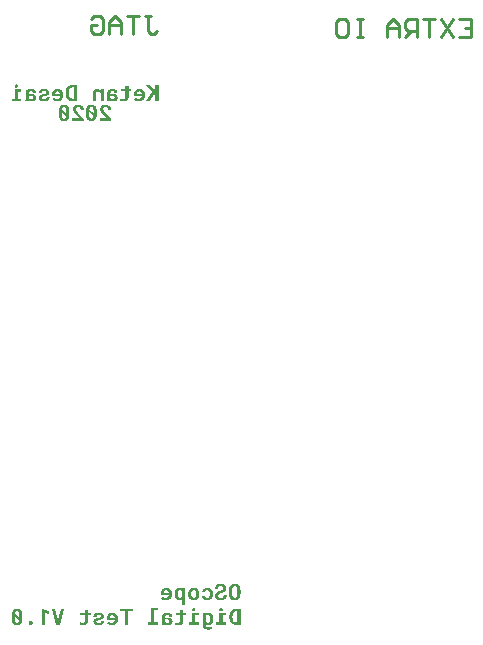
<source format=gbo>
G04*
G04 #@! TF.GenerationSoftware,Altium Limited,Altium Designer,20.0.13 (296)*
G04*
G04 Layer_Color=32896*
%FSLAX25Y25*%
%MOIN*%
G70*
G01*
G75*
%ADD10C,0.01000*%
G36*
X58295Y17225D02*
X58443Y17207D01*
X58573Y17188D01*
X58693Y17160D01*
X58785Y17123D01*
X58859Y17105D01*
X58906Y17086D01*
X58924Y17077D01*
X59053Y17012D01*
X59165Y16948D01*
X59276Y16873D01*
X59359Y16809D01*
X59433Y16744D01*
X59488Y16698D01*
X59525Y16661D01*
X59535Y16651D01*
X59627Y16550D01*
X59710Y16439D01*
X59775Y16328D01*
X59830Y16226D01*
X59877Y16143D01*
X59914Y16069D01*
X59932Y16023D01*
X59942Y16004D01*
X59988Y15856D01*
X60025Y15717D01*
X60043Y15578D01*
X60062Y15449D01*
X60071Y15338D01*
X60080Y15245D01*
Y15190D01*
Y15181D01*
Y15171D01*
Y15023D01*
X60071Y14875D01*
X60053Y14737D01*
X60034Y14607D01*
X60006Y14496D01*
X59978Y14394D01*
X59951Y14330D01*
X59942Y14283D01*
X59932Y14265D01*
X59868Y14135D01*
X59803Y14024D01*
X59738Y13914D01*
X59664Y13821D01*
X59609Y13747D01*
X59562Y13691D01*
X59525Y13654D01*
X59516Y13645D01*
X59414Y13553D01*
X59303Y13469D01*
X59192Y13405D01*
X59091Y13349D01*
X58998Y13303D01*
X58933Y13266D01*
X58887Y13248D01*
X58868Y13238D01*
X58720Y13192D01*
X58573Y13155D01*
X58434Y13127D01*
X58304Y13109D01*
X58193Y13099D01*
X58101Y13090D01*
X58027D01*
X57814Y13099D01*
X57722Y13109D01*
X57638Y13127D01*
X57573Y13136D01*
X57527Y13146D01*
X57490Y13155D01*
X57481D01*
X57296Y13201D01*
X57222Y13229D01*
X57148Y13257D01*
X57092Y13275D01*
X57055Y13294D01*
X57028Y13312D01*
X57019D01*
X56871Y13395D01*
X56815Y13432D01*
X56760Y13469D01*
X56713Y13497D01*
X56686Y13525D01*
X56667Y13534D01*
X56658Y13544D01*
X56547Y13636D01*
X56473Y13728D01*
X56436Y13766D01*
X56417Y13784D01*
X56399Y13802D01*
Y13812D01*
X56917Y14367D01*
X56981Y14293D01*
X57046Y14228D01*
X57102Y14182D01*
X57111Y14163D01*
X57120D01*
X57213Y14108D01*
X57296Y14061D01*
X57333Y14043D01*
X57351Y14034D01*
X57370Y14024D01*
X57379D01*
X57481Y13987D01*
X57573Y13960D01*
X57610Y13950D01*
X57638D01*
X57657Y13941D01*
X57666D01*
X57777Y13923D01*
X57869Y13914D01*
X57962D01*
X58119Y13923D01*
X58184Y13932D01*
X58249Y13950D01*
X58295Y13960D01*
X58332Y13969D01*
X58360Y13978D01*
X58369D01*
X58489Y14034D01*
X58591Y14098D01*
X58628Y14126D01*
X58656Y14145D01*
X58674Y14154D01*
X58684Y14163D01*
X58776Y14256D01*
X58850Y14348D01*
X58878Y14394D01*
X58896Y14422D01*
X58915Y14441D01*
Y14450D01*
X58970Y14579D01*
X59007Y14709D01*
X59017Y14755D01*
X59026Y14792D01*
X59035Y14820D01*
Y14829D01*
X56315D01*
Y15264D01*
X56325Y15430D01*
X56334Y15578D01*
X56353Y15717D01*
X56380Y15837D01*
X56408Y15930D01*
X56427Y16004D01*
X56436Y16050D01*
X56445Y16069D01*
X56491Y16198D01*
X56556Y16319D01*
X56612Y16420D01*
X56667Y16513D01*
X56722Y16587D01*
X56769Y16642D01*
X56796Y16679D01*
X56806Y16689D01*
X56898Y16781D01*
X56991Y16864D01*
X57092Y16929D01*
X57176Y16984D01*
X57259Y17031D01*
X57324Y17058D01*
X57361Y17077D01*
X57379Y17086D01*
X57509Y17132D01*
X57638Y17169D01*
X57768Y17197D01*
X57888Y17216D01*
X57990Y17225D01*
X58073Y17234D01*
X58147D01*
X58295Y17225D01*
D02*
G37*
G36*
X71976D02*
X72133Y17207D01*
X72272Y17188D01*
X72392Y17160D01*
X72484Y17123D01*
X72558Y17105D01*
X72605Y17086D01*
X72623Y17077D01*
X72753Y17012D01*
X72864Y16948D01*
X72966Y16873D01*
X73049Y16799D01*
X73123Y16735D01*
X73169Y16689D01*
X73206Y16651D01*
X73215Y16642D01*
X73299Y16541D01*
X73363Y16429D01*
X73428Y16319D01*
X73474Y16226D01*
X73520Y16133D01*
X73548Y16069D01*
X73558Y16023D01*
X73567Y16004D01*
X73604Y15865D01*
X73632Y15726D01*
X73659Y15588D01*
X73668Y15467D01*
X73678Y15366D01*
X73687Y15282D01*
Y15227D01*
Y15218D01*
Y15208D01*
Y15098D01*
X73678Y14940D01*
X73668Y14801D01*
X73650Y14663D01*
X73622Y14552D01*
X73604Y14450D01*
X73585Y14376D01*
X73576Y14330D01*
X73567Y14311D01*
X73520Y14182D01*
X73465Y14052D01*
X73400Y13941D01*
X73345Y13849D01*
X73299Y13775D01*
X73252Y13710D01*
X73225Y13673D01*
X73215Y13664D01*
X73123Y13571D01*
X73021Y13488D01*
X72919Y13414D01*
X72827Y13349D01*
X72743Y13303D01*
X72679Y13266D01*
X72642Y13248D01*
X72623Y13238D01*
X72484Y13192D01*
X72346Y13155D01*
X72207Y13127D01*
X72087Y13109D01*
X71976Y13099D01*
X71883Y13090D01*
X71809D01*
X71680Y13099D01*
X71560Y13109D01*
X71448Y13127D01*
X71347Y13146D01*
X71263Y13164D01*
X71208Y13173D01*
X71162Y13192D01*
X71153D01*
X71042Y13238D01*
X70940Y13284D01*
X70847Y13331D01*
X70773Y13386D01*
X70709Y13423D01*
X70653Y13460D01*
X70625Y13479D01*
X70616Y13488D01*
X70533Y13562D01*
X70459Y13645D01*
X70394Y13719D01*
X70338Y13793D01*
X70302Y13858D01*
X70274Y13904D01*
X70255Y13941D01*
X70246Y13950D01*
X70200Y14052D01*
X70163Y14154D01*
X70144Y14246D01*
X70126Y14339D01*
X70117Y14413D01*
Y14469D01*
Y14515D01*
Y14524D01*
X71088D01*
Y14422D01*
X71106Y14339D01*
X71125Y14283D01*
X71134Y14274D01*
Y14265D01*
X71180Y14191D01*
X71236Y14126D01*
X71282Y14089D01*
X71291Y14071D01*
X71301D01*
X71384Y14024D01*
X71458Y13987D01*
X71513Y13960D01*
X71532Y13950D01*
X71541D01*
X71643Y13923D01*
X71735Y13914D01*
X71772Y13904D01*
X71828D01*
X71911Y13914D01*
X71994Y13923D01*
X72059Y13941D01*
X72124Y13960D01*
X72170Y13978D01*
X72207Y13987D01*
X72225Y14006D01*
X72235D01*
X72346Y14089D01*
X72420Y14173D01*
X72457Y14209D01*
X72475Y14237D01*
X72484Y14256D01*
X72494Y14265D01*
X72549Y14394D01*
X72596Y14515D01*
X72605Y14570D01*
X72614Y14607D01*
X72623Y14635D01*
Y14644D01*
X72642Y14811D01*
X72651Y14885D01*
Y14959D01*
X72660Y15014D01*
Y15060D01*
Y15088D01*
Y15098D01*
Y15208D01*
X72651Y15375D01*
Y15449D01*
X72642Y15514D01*
X72632Y15569D01*
Y15616D01*
X72623Y15643D01*
Y15652D01*
X72586Y15810D01*
X72558Y15874D01*
X72540Y15930D01*
X72512Y15976D01*
X72503Y16013D01*
X72484Y16032D01*
Y16041D01*
X72411Y16152D01*
X72327Y16235D01*
X72290Y16263D01*
X72263Y16282D01*
X72244Y16300D01*
X72235D01*
X72170Y16337D01*
X72096Y16355D01*
X71966Y16392D01*
X71911D01*
X71865Y16402D01*
X71828D01*
X71707Y16392D01*
X71615Y16374D01*
X71578Y16365D01*
X71550Y16355D01*
X71532Y16346D01*
X71522D01*
X71430Y16300D01*
X71347Y16244D01*
X71301Y16207D01*
X71282Y16198D01*
Y16189D01*
X71217Y16115D01*
X71171Y16041D01*
X71143Y15985D01*
X71134Y15967D01*
Y15958D01*
X71106Y15856D01*
X71088Y15773D01*
Y15736D01*
Y15708D01*
Y15689D01*
Y15680D01*
X70117D01*
Y15810D01*
X70135Y15930D01*
X70153Y16041D01*
X70172Y16143D01*
X70200Y16217D01*
X70218Y16282D01*
X70227Y16319D01*
X70237Y16328D01*
X70283Y16429D01*
X70338Y16522D01*
X70403Y16605D01*
X70459Y16679D01*
X70505Y16735D01*
X70551Y16772D01*
X70579Y16799D01*
X70588Y16809D01*
X70764Y16948D01*
X70856Y16994D01*
X70940Y17040D01*
X71014Y17077D01*
X71069Y17105D01*
X71106Y17114D01*
X71125Y17123D01*
X71245Y17160D01*
X71365Y17188D01*
X71476Y17207D01*
X71587Y17225D01*
X71680D01*
X71745Y17234D01*
X71809D01*
X71976Y17225D01*
D02*
G37*
G36*
X76555Y18603D02*
X76684Y18585D01*
X76795Y18566D01*
X76897Y18548D01*
X76961Y18529D01*
X77008Y18520D01*
X77026Y18511D01*
X77147Y18464D01*
X77267Y18418D01*
X77368Y18372D01*
X77452Y18326D01*
X77526Y18279D01*
X77581Y18242D01*
X77618Y18224D01*
X77627Y18215D01*
X77720Y18141D01*
X77794Y18057D01*
X77859Y17983D01*
X77924Y17910D01*
X77960Y17845D01*
X77997Y17789D01*
X78016Y17752D01*
X78025Y17743D01*
X78071Y17641D01*
X78109Y17530D01*
X78127Y17428D01*
X78145Y17327D01*
X78155Y17244D01*
X78164Y17179D01*
Y17142D01*
Y17123D01*
X78155Y16994D01*
X78145Y16873D01*
X78118Y16772D01*
X78090Y16679D01*
X78071Y16605D01*
X78044Y16541D01*
X78035Y16503D01*
X78025Y16494D01*
X77970Y16402D01*
X77905Y16309D01*
X77840Y16226D01*
X77776Y16161D01*
X77720Y16106D01*
X77674Y16059D01*
X77646Y16032D01*
X77637Y16023D01*
X77443Y15884D01*
X77350Y15819D01*
X77258Y15773D01*
X77184Y15726D01*
X77128Y15699D01*
X77082Y15680D01*
X77073Y15671D01*
X76832Y15578D01*
X76712Y15541D01*
X76610Y15504D01*
X76527Y15477D01*
X76453Y15458D01*
X76416Y15440D01*
X76397D01*
X76296Y15412D01*
X76203Y15375D01*
X76120Y15347D01*
X76046Y15319D01*
X75990Y15301D01*
X75953Y15282D01*
X75925Y15264D01*
X75916D01*
X75787Y15199D01*
X75685Y15134D01*
X75648Y15107D01*
X75620Y15088D01*
X75611Y15079D01*
X75602Y15070D01*
X75528Y14986D01*
X75472Y14912D01*
X75445Y14848D01*
X75435Y14839D01*
Y14829D01*
X75398Y14737D01*
X75389Y14653D01*
X75380Y14616D01*
Y14589D01*
Y14570D01*
Y14561D01*
X75389Y14459D01*
X75407Y14376D01*
X75435Y14320D01*
X75445Y14311D01*
Y14302D01*
X75491Y14219D01*
X75546Y14154D01*
X75592Y14108D01*
X75602Y14089D01*
X75611D01*
X75704Y14034D01*
X75787Y13997D01*
X75824Y13978D01*
X75852Y13969D01*
X75870Y13960D01*
X75879D01*
X75999Y13932D01*
X76120Y13923D01*
X76175Y13914D01*
X76249D01*
X76416Y13923D01*
X76490Y13932D01*
X76545Y13941D01*
X76601D01*
X76638Y13950D01*
X76666Y13960D01*
X76675D01*
X76804Y14006D01*
X76915Y14061D01*
X76952Y14089D01*
X76980Y14108D01*
X76999Y14126D01*
X77008D01*
X77100Y14219D01*
X77174Y14311D01*
X77193Y14348D01*
X77211Y14385D01*
X77230Y14404D01*
Y14413D01*
X77276Y14552D01*
X77294Y14691D01*
X77304Y14746D01*
X77313Y14792D01*
Y14820D01*
Y14829D01*
X78330D01*
X78321Y14616D01*
X78303Y14524D01*
X78284Y14450D01*
X78275Y14376D01*
X78256Y14330D01*
X78247Y14293D01*
Y14283D01*
X78173Y14117D01*
X78136Y14043D01*
X78099Y13978D01*
X78071Y13923D01*
X78044Y13886D01*
X78025Y13858D01*
X78016Y13849D01*
X77896Y13719D01*
X77785Y13617D01*
X77738Y13571D01*
X77701Y13544D01*
X77683Y13525D01*
X77674Y13516D01*
X77517Y13423D01*
X77443Y13377D01*
X77378Y13340D01*
X77322Y13312D01*
X77276Y13294D01*
X77248Y13284D01*
X77239Y13275D01*
X77063Y13220D01*
X76989Y13192D01*
X76915Y13173D01*
X76850Y13164D01*
X76804Y13155D01*
X76767Y13146D01*
X76758D01*
X76573Y13118D01*
X76481Y13109D01*
X76407D01*
X76342Y13099D01*
X76101D01*
X75953Y13118D01*
X75824Y13127D01*
X75713Y13146D01*
X75620Y13164D01*
X75546Y13173D01*
X75509Y13192D01*
X75491D01*
X75361Y13229D01*
X75250Y13275D01*
X75148Y13321D01*
X75056Y13368D01*
X74991Y13405D01*
X74936Y13442D01*
X74899Y13460D01*
X74889Y13469D01*
X74797Y13544D01*
X74723Y13627D01*
X74658Y13701D01*
X74603Y13775D01*
X74556Y13839D01*
X74529Y13895D01*
X74510Y13932D01*
X74501Y13941D01*
X74455Y14052D01*
X74418Y14154D01*
X74390Y14265D01*
X74371Y14357D01*
X74362Y14441D01*
X74353Y14515D01*
Y14552D01*
Y14570D01*
X74362Y14691D01*
X74371Y14801D01*
X74390Y14903D01*
X74418Y14996D01*
X74445Y15070D01*
X74464Y15125D01*
X74473Y15162D01*
X74483Y15171D01*
X74529Y15273D01*
X74584Y15366D01*
X74640Y15449D01*
X74695Y15523D01*
X74751Y15578D01*
X74788Y15625D01*
X74815Y15652D01*
X74825Y15662D01*
X75001Y15810D01*
X75093Y15874D01*
X75176Y15930D01*
X75250Y15967D01*
X75306Y16004D01*
X75343Y16023D01*
X75361Y16032D01*
X75592Y16143D01*
X75713Y16180D01*
X75814Y16217D01*
X75907Y16254D01*
X75972Y16272D01*
X76018Y16291D01*
X76037D01*
X76222Y16346D01*
X76296Y16374D01*
X76370Y16392D01*
X76425Y16411D01*
X76471Y16429D01*
X76499Y16439D01*
X76508D01*
X76647Y16503D01*
X76712Y16531D01*
X76758Y16559D01*
X76804Y16587D01*
X76832Y16605D01*
X76850Y16624D01*
X76860D01*
X76952Y16698D01*
X77017Y16772D01*
X77054Y16827D01*
X77073Y16836D01*
Y16846D01*
X77119Y16938D01*
X77137Y17021D01*
X77147Y17058D01*
Y17086D01*
Y17105D01*
Y17114D01*
X77137Y17216D01*
X77119Y17308D01*
X77100Y17364D01*
X77091Y17373D01*
Y17382D01*
X77045Y17475D01*
X76989Y17539D01*
X76943Y17576D01*
X76925Y17595D01*
X76832Y17660D01*
X76749Y17697D01*
X76712Y17715D01*
X76684Y17724D01*
X76666Y17734D01*
X76656D01*
X76527Y17771D01*
X76407Y17780D01*
X76360Y17789D01*
X76286D01*
X76129Y17780D01*
X76055Y17771D01*
X75999Y17761D01*
X75953Y17743D01*
X75916Y17734D01*
X75898Y17724D01*
X75889D01*
X75778Y17678D01*
X75685Y17623D01*
X75630Y17576D01*
X75620Y17567D01*
X75611Y17558D01*
X75537Y17475D01*
X75481Y17391D01*
X75463Y17354D01*
X75454Y17327D01*
X75445Y17308D01*
Y17299D01*
X75407Y17188D01*
X75380Y17077D01*
Y17031D01*
X75371Y16994D01*
Y16975D01*
Y16966D01*
X74362D01*
X74371Y17095D01*
X74381Y17225D01*
X74409Y17336D01*
X74427Y17438D01*
X74455Y17521D01*
X74483Y17576D01*
X74492Y17623D01*
X74501Y17632D01*
X74556Y17743D01*
X74621Y17845D01*
X74686Y17928D01*
X74751Y18002D01*
X74806Y18067D01*
X74853Y18113D01*
X74889Y18141D01*
X74899Y18150D01*
X75001Y18233D01*
X75102Y18298D01*
X75195Y18353D01*
X75296Y18409D01*
X75380Y18446D01*
X75445Y18474D01*
X75481Y18483D01*
X75500Y18492D01*
X75630Y18539D01*
X75768Y18566D01*
X75889Y18594D01*
X76009Y18603D01*
X76111Y18612D01*
X76194Y18622D01*
X76416D01*
X76555Y18603D01*
D02*
G37*
G36*
X81133Y18612D02*
X81291Y18594D01*
X81429Y18566D01*
X81550Y18529D01*
X81651Y18492D01*
X81725Y18464D01*
X81771Y18446D01*
X81790Y18437D01*
X81919Y18363D01*
X82040Y18289D01*
X82142Y18205D01*
X82234Y18122D01*
X82299Y18057D01*
X82354Y18002D01*
X82391Y17965D01*
X82401Y17946D01*
X82484Y17826D01*
X82567Y17697D01*
X82632Y17567D01*
X82687Y17456D01*
X82724Y17354D01*
X82752Y17271D01*
X82771Y17216D01*
X82780Y17207D01*
Y17197D01*
X82817Y17031D01*
X82845Y16864D01*
X82872Y16707D01*
X82881Y16559D01*
X82891Y16429D01*
X82900Y16337D01*
Y16300D01*
Y16272D01*
Y16254D01*
Y16244D01*
Y15458D01*
X82891Y15273D01*
X82881Y15088D01*
X82863Y14931D01*
X82835Y14792D01*
X82817Y14672D01*
X82798Y14579D01*
X82789Y14524D01*
X82780Y14515D01*
Y14505D01*
X82724Y14348D01*
X82669Y14209D01*
X82604Y14080D01*
X82539Y13969D01*
X82484Y13876D01*
X82437Y13812D01*
X82410Y13775D01*
X82401Y13756D01*
X82299Y13645D01*
X82197Y13544D01*
X82095Y13460D01*
X82003Y13395D01*
X81919Y13340D01*
X81845Y13303D01*
X81809Y13275D01*
X81790Y13266D01*
X81651Y13210D01*
X81503Y13164D01*
X81365Y13136D01*
X81235Y13109D01*
X81124Y13099D01*
X81041Y13090D01*
X80958D01*
X80791Y13099D01*
X80634Y13118D01*
X80495Y13146D01*
X80366Y13183D01*
X80264Y13210D01*
X80190Y13238D01*
X80143Y13257D01*
X80125Y13266D01*
X79986Y13340D01*
X79866Y13414D01*
X79755Y13497D01*
X79663Y13571D01*
X79589Y13645D01*
X79533Y13701D01*
X79496Y13738D01*
X79487Y13747D01*
X79394Y13867D01*
X79320Y13997D01*
X79246Y14126D01*
X79191Y14237D01*
X79154Y14339D01*
X79126Y14422D01*
X79107Y14478D01*
X79098Y14487D01*
Y14496D01*
X79052Y14663D01*
X79015Y14839D01*
X78996Y14996D01*
X78978Y15144D01*
X78969Y15273D01*
X78960Y15375D01*
Y15412D01*
Y15440D01*
Y15449D01*
Y15458D01*
Y16244D01*
X78969Y16439D01*
X78978Y16614D01*
X79006Y16772D01*
X79024Y16920D01*
X79052Y17031D01*
X79080Y17123D01*
X79089Y17179D01*
X79098Y17188D01*
Y17197D01*
X79154Y17354D01*
X79209Y17502D01*
X79274Y17623D01*
X79339Y17734D01*
X79394Y17826D01*
X79440Y17891D01*
X79478Y17928D01*
X79487Y17946D01*
X79589Y18057D01*
X79699Y18159D01*
X79801Y18242D01*
X79903Y18307D01*
X79996Y18363D01*
X80060Y18409D01*
X80107Y18427D01*
X80125Y18437D01*
X80264Y18501D01*
X80412Y18548D01*
X80550Y18575D01*
X80680Y18603D01*
X80800Y18612D01*
X80884Y18622D01*
X80967D01*
X81133Y18612D01*
D02*
G37*
G36*
X67471Y17225D02*
X67619Y17207D01*
X67758Y17188D01*
X67878Y17160D01*
X67971Y17123D01*
X68045Y17105D01*
X68091Y17086D01*
X68109Y17077D01*
X68239Y17012D01*
X68350Y16948D01*
X68451Y16873D01*
X68535Y16809D01*
X68609Y16744D01*
X68655Y16698D01*
X68692Y16661D01*
X68701Y16651D01*
X68784Y16541D01*
X68858Y16429D01*
X68923Y16328D01*
X68979Y16226D01*
X69016Y16133D01*
X69043Y16069D01*
X69062Y16023D01*
X69071Y16004D01*
X69108Y15865D01*
X69136Y15726D01*
X69164Y15588D01*
X69173Y15467D01*
X69182Y15357D01*
X69191Y15273D01*
Y15218D01*
Y15208D01*
Y15199D01*
Y15116D01*
X69182Y14959D01*
X69173Y14801D01*
X69155Y14672D01*
X69127Y14542D01*
X69108Y14441D01*
X69090Y14367D01*
X69081Y14320D01*
X69071Y14302D01*
X69016Y14173D01*
X68960Y14043D01*
X68896Y13932D01*
X68840Y13839D01*
X68784Y13766D01*
X68738Y13701D01*
X68711Y13664D01*
X68701Y13654D01*
X68609Y13562D01*
X68507Y13479D01*
X68405Y13405D01*
X68313Y13349D01*
X68230Y13303D01*
X68165Y13266D01*
X68128Y13248D01*
X68109Y13238D01*
X67971Y13192D01*
X67832Y13155D01*
X67693Y13127D01*
X67573Y13109D01*
X67462Y13099D01*
X67378Y13090D01*
X67304D01*
X67138Y13099D01*
X66990Y13118D01*
X66851Y13136D01*
X66731Y13164D01*
X66638Y13192D01*
X66565Y13220D01*
X66518Y13229D01*
X66500Y13238D01*
X66370Y13303D01*
X66259Y13368D01*
X66158Y13432D01*
X66074Y13507D01*
X66000Y13562D01*
X65954Y13608D01*
X65917Y13645D01*
X65908Y13654D01*
X65825Y13766D01*
X65750Y13876D01*
X65686Y13978D01*
X65640Y14080D01*
X65593Y14173D01*
X65566Y14237D01*
X65556Y14283D01*
X65547Y14302D01*
X65501Y14450D01*
X65473Y14589D01*
X65445Y14727D01*
X65436Y14848D01*
X65427Y14959D01*
X65417Y15042D01*
Y15098D01*
Y15107D01*
Y15116D01*
Y15199D01*
X65427Y15357D01*
X65436Y15504D01*
X65455Y15643D01*
X65482Y15764D01*
X65510Y15865D01*
X65529Y15939D01*
X65538Y15985D01*
X65547Y16004D01*
X65593Y16143D01*
X65658Y16263D01*
X65714Y16374D01*
X65778Y16466D01*
X65834Y16541D01*
X65880Y16605D01*
X65908Y16642D01*
X65917Y16651D01*
X66009Y16753D01*
X66111Y16836D01*
X66213Y16910D01*
X66306Y16966D01*
X66389Y17012D01*
X66453Y17049D01*
X66491Y17068D01*
X66509Y17077D01*
X66648Y17132D01*
X66777Y17169D01*
X66916Y17197D01*
X67036Y17216D01*
X67147Y17225D01*
X67230Y17234D01*
X67304D01*
X67471Y17225D01*
D02*
G37*
G36*
X62606D02*
X62717Y17216D01*
X62818Y17197D01*
X62902Y17179D01*
X62976Y17151D01*
X63031Y17132D01*
X63068Y17123D01*
X63077Y17114D01*
X63170Y17068D01*
X63253Y17012D01*
X63327Y16957D01*
X63392Y16901D01*
X63438Y16846D01*
X63475Y16809D01*
X63503Y16781D01*
X63512Y16772D01*
X63549Y17160D01*
X64502D01*
Y11629D01*
X63466D01*
Y13507D01*
X63327Y13377D01*
X63188Y13284D01*
X63133Y13248D01*
X63086Y13220D01*
X63059Y13210D01*
X63050Y13201D01*
X62957Y13164D01*
X62855Y13136D01*
X62753Y13118D01*
X62670Y13109D01*
X62587Y13099D01*
X62532Y13090D01*
X62476D01*
X62337Y13099D01*
X62208Y13118D01*
X62097Y13136D01*
X62004Y13164D01*
X61921Y13192D01*
X61856Y13220D01*
X61819Y13229D01*
X61810Y13238D01*
X61708Y13303D01*
X61607Y13368D01*
X61523Y13442D01*
X61449Y13507D01*
X61394Y13571D01*
X61357Y13617D01*
X61329Y13654D01*
X61320Y13664D01*
X61246Y13775D01*
X61190Y13886D01*
X61135Y13987D01*
X61089Y14089D01*
X61061Y14182D01*
X61033Y14246D01*
X61014Y14293D01*
Y14311D01*
X60978Y14459D01*
X60959Y14598D01*
X60940Y14737D01*
X60922Y14857D01*
Y14968D01*
X60913Y15051D01*
Y15107D01*
Y15116D01*
Y15125D01*
Y15199D01*
Y15366D01*
X60931Y15523D01*
X60940Y15662D01*
X60959Y15782D01*
X60978Y15884D01*
X60996Y15967D01*
X61005Y16013D01*
X61014Y16032D01*
X61061Y16170D01*
X61107Y16291D01*
X61153Y16402D01*
X61209Y16494D01*
X61246Y16577D01*
X61283Y16633D01*
X61310Y16670D01*
X61320Y16679D01*
X61403Y16772D01*
X61486Y16855D01*
X61569Y16929D01*
X61643Y16984D01*
X61717Y17031D01*
X61773Y17058D01*
X61810Y17077D01*
X61819Y17086D01*
X61930Y17132D01*
X62041Y17169D01*
X62152Y17197D01*
X62263Y17216D01*
X62347Y17225D01*
X62420Y17234D01*
X62485D01*
X62606Y17225D01*
D02*
G37*
G36*
X76471Y10432D02*
X76545Y10423D01*
X76601Y10404D01*
X76610Y10395D01*
X76619D01*
X76693Y10358D01*
X76749Y10330D01*
X76786Y10293D01*
X76804Y10284D01*
X76850Y10228D01*
X76888Y10173D01*
X76915Y10136D01*
X76925Y10126D01*
Y10117D01*
X76943Y10043D01*
X76952Y9969D01*
X76961Y9914D01*
Y9905D01*
Y9895D01*
X76952Y9812D01*
X76943Y9738D01*
X76934Y9692D01*
X76925Y9683D01*
Y9673D01*
X76888Y9599D01*
X76850Y9544D01*
X76814Y9507D01*
X76804Y9498D01*
X76740Y9451D01*
X76684Y9414D01*
X76638Y9396D01*
X76619Y9386D01*
X76536Y9368D01*
X76453Y9359D01*
X76388Y9349D01*
X76370D01*
X76277Y9359D01*
X76194Y9377D01*
X76120Y9396D01*
X76055Y9424D01*
X76009Y9451D01*
X75972Y9479D01*
X75953Y9488D01*
X75944Y9498D01*
X75889Y9562D01*
X75852Y9627D01*
X75814Y9692D01*
X75796Y9757D01*
X75787Y9812D01*
X75778Y9858D01*
Y9886D01*
Y9895D01*
X75787Y9979D01*
X75805Y10062D01*
X75833Y10126D01*
X75861Y10182D01*
X75889Y10228D01*
X75916Y10256D01*
X75935Y10274D01*
X75944Y10284D01*
X76009Y10339D01*
X76073Y10376D01*
X76148Y10404D01*
X76212Y10423D01*
X76277Y10432D01*
X76323Y10441D01*
X76370D01*
X76471Y10432D01*
D02*
G37*
G36*
X67388D02*
X67462Y10423D01*
X67517Y10404D01*
X67527Y10395D01*
X67536D01*
X67610Y10358D01*
X67665Y10330D01*
X67702Y10293D01*
X67721Y10284D01*
X67767Y10228D01*
X67804Y10173D01*
X67832Y10136D01*
X67841Y10126D01*
Y10117D01*
X67860Y10043D01*
X67869Y9969D01*
X67878Y9914D01*
Y9905D01*
Y9895D01*
X67869Y9812D01*
X67860Y9738D01*
X67850Y9692D01*
X67841Y9683D01*
Y9673D01*
X67804Y9599D01*
X67767Y9544D01*
X67730Y9507D01*
X67721Y9498D01*
X67656Y9451D01*
X67601Y9414D01*
X67554Y9396D01*
X67536Y9386D01*
X67453Y9368D01*
X67369Y9359D01*
X67304Y9349D01*
X67286D01*
X67194Y9359D01*
X67110Y9377D01*
X67036Y9396D01*
X66971Y9424D01*
X66925Y9451D01*
X66888Y9479D01*
X66870Y9488D01*
X66861Y9498D01*
X66805Y9562D01*
X66768Y9627D01*
X66731Y9692D01*
X66712Y9757D01*
X66703Y9812D01*
X66694Y9858D01*
Y9886D01*
Y9895D01*
X66703Y9979D01*
X66722Y10062D01*
X66750Y10126D01*
X66777Y10182D01*
X66805Y10228D01*
X66833Y10256D01*
X66851Y10274D01*
X66861Y10284D01*
X66925Y10339D01*
X66990Y10376D01*
X67064Y10404D01*
X67129Y10423D01*
X67194Y10432D01*
X67240Y10441D01*
X67286D01*
X67388Y10432D01*
D02*
G37*
G36*
X19140Y9405D02*
Y8508D01*
X17780Y8998D01*
Y4873D01*
X16744D01*
Y10256D01*
X16800D01*
X19140Y9405D01*
D02*
G37*
G36*
X72383Y8933D02*
X72512Y8924D01*
X72623Y8896D01*
X72725Y8868D01*
X72808Y8841D01*
X72864Y8822D01*
X72910Y8804D01*
X72919Y8794D01*
X73030Y8739D01*
X73123Y8665D01*
X73206Y8600D01*
X73280Y8535D01*
X73345Y8471D01*
X73391Y8424D01*
X73419Y8388D01*
X73428Y8378D01*
X73502Y8276D01*
X73567Y8166D01*
X73622Y8055D01*
X73668Y7953D01*
X73706Y7869D01*
X73733Y7796D01*
X73743Y7749D01*
X73752Y7731D01*
X73789Y7583D01*
X73817Y7444D01*
X73835Y7305D01*
X73844Y7176D01*
X73853Y7065D01*
X73863Y6972D01*
Y6917D01*
Y6908D01*
Y6898D01*
Y6824D01*
X73853Y6658D01*
X73844Y6510D01*
X73826Y6371D01*
X73807Y6251D01*
X73789Y6149D01*
X73770Y6075D01*
X73752Y6029D01*
Y6010D01*
X73706Y5881D01*
X73650Y5751D01*
X73604Y5649D01*
X73548Y5557D01*
X73502Y5474D01*
X73465Y5418D01*
X73437Y5381D01*
X73428Y5372D01*
X73345Y5280D01*
X73261Y5196D01*
X73169Y5122D01*
X73095Y5057D01*
X73021Y5011D01*
X72966Y4974D01*
X72929Y4956D01*
X72919Y4947D01*
X72808Y4900D01*
X72688Y4863D01*
X72577Y4835D01*
X72475Y4817D01*
X72383Y4808D01*
X72318Y4798D01*
X72253D01*
X72133Y4808D01*
X72031Y4817D01*
X71930Y4835D01*
X71846Y4854D01*
X71781Y4873D01*
X71735Y4891D01*
X71698Y4910D01*
X71689D01*
X71522Y5002D01*
X71448Y5057D01*
X71384Y5104D01*
X71337Y5150D01*
X71291Y5187D01*
X71273Y5206D01*
X71263Y5215D01*
Y4984D01*
X71273Y4835D01*
X71301Y4706D01*
X71347Y4595D01*
X71384Y4502D01*
X71430Y4428D01*
X71476Y4382D01*
X71504Y4345D01*
X71513Y4336D01*
X71615Y4262D01*
X71717Y4206D01*
X71828Y4160D01*
X71939Y4132D01*
X72031Y4114D01*
X72105Y4105D01*
X72179D01*
X72290Y4114D01*
X72392Y4123D01*
X72484Y4142D01*
X72558Y4169D01*
X72632Y4188D01*
X72679Y4206D01*
X72716Y4216D01*
X72725Y4225D01*
X72808Y4271D01*
X72891Y4327D01*
X72966Y4382D01*
X73030Y4438D01*
X73086Y4493D01*
X73123Y4530D01*
X73150Y4558D01*
X73160Y4567D01*
X73622Y3938D01*
X73520Y3827D01*
X73419Y3735D01*
X73382Y3698D01*
X73345Y3670D01*
X73326Y3661D01*
X73317Y3652D01*
X73178Y3568D01*
X73049Y3513D01*
X73002Y3485D01*
X72966Y3466D01*
X72938Y3457D01*
X72929D01*
X72781Y3402D01*
X72707Y3383D01*
X72651Y3365D01*
X72596Y3356D01*
X72558Y3346D01*
X72531Y3337D01*
X72522D01*
X72373Y3319D01*
X72309Y3309D01*
X72244D01*
X72198Y3300D01*
X72133D01*
X71976Y3309D01*
X71837Y3319D01*
X71698Y3337D01*
X71587Y3365D01*
X71495Y3383D01*
X71421Y3402D01*
X71384Y3411D01*
X71365Y3420D01*
X71236Y3466D01*
X71125Y3522D01*
X71023Y3577D01*
X70930Y3633D01*
X70866Y3679D01*
X70810Y3716D01*
X70773Y3744D01*
X70764Y3753D01*
X70671Y3836D01*
X70597Y3929D01*
X70533Y4012D01*
X70477Y4095D01*
X70431Y4169D01*
X70403Y4225D01*
X70385Y4271D01*
X70376Y4281D01*
X70329Y4401D01*
X70292Y4530D01*
X70274Y4651D01*
X70255Y4761D01*
X70246Y4854D01*
X70237Y4937D01*
Y4984D01*
Y5002D01*
Y8868D01*
X71171D01*
X71208Y8489D01*
X71273Y8563D01*
X71347Y8637D01*
X71421Y8693D01*
X71495Y8739D01*
X71550Y8776D01*
X71596Y8804D01*
X71633Y8813D01*
X71643Y8822D01*
X71745Y8859D01*
X71846Y8896D01*
X71939Y8915D01*
X72040Y8924D01*
X72124Y8933D01*
X72189Y8942D01*
X72244D01*
X72383Y8933D01*
D02*
G37*
G36*
X58739Y8924D02*
X58859Y8915D01*
X58970Y8896D01*
X59053Y8878D01*
X59118Y8859D01*
X59155Y8850D01*
X59174Y8841D01*
X59285Y8804D01*
X59386Y8758D01*
X59479Y8711D01*
X59562Y8665D01*
X59627Y8628D01*
X59673Y8591D01*
X59701Y8573D01*
X59710Y8563D01*
X59784Y8499D01*
X59849Y8434D01*
X59904Y8369D01*
X59951Y8304D01*
X59988Y8249D01*
X60015Y8202D01*
X60025Y8175D01*
X60034Y8166D01*
X60071Y8082D01*
X60099Y7990D01*
X60117Y7907D01*
X60127Y7833D01*
X60136Y7768D01*
X60145Y7722D01*
Y7684D01*
Y7675D01*
X59118D01*
X59109Y7758D01*
X59100Y7833D01*
X59072Y7888D01*
X59044Y7943D01*
X59026Y7981D01*
X58998Y8008D01*
X58989Y8027D01*
X58979Y8036D01*
X58915Y8082D01*
X58841Y8119D01*
X58767Y8138D01*
X58693Y8156D01*
X58628Y8166D01*
X58573Y8175D01*
X58517D01*
X58388Y8166D01*
X58276Y8147D01*
X58184Y8119D01*
X58110Y8091D01*
X58045Y8064D01*
X58008Y8036D01*
X57981Y8017D01*
X57971Y8008D01*
X57907Y7943D01*
X57860Y7869D01*
X57823Y7786D01*
X57805Y7712D01*
X57786Y7648D01*
X57777Y7592D01*
Y7555D01*
Y7546D01*
Y7315D01*
X58517D01*
X58684Y7296D01*
X58832Y7287D01*
X58970Y7259D01*
X59100Y7231D01*
X59211Y7203D01*
X59322Y7176D01*
X59414Y7139D01*
X59497Y7102D01*
X59562Y7074D01*
X59627Y7046D01*
X59673Y7018D01*
X59720Y7000D01*
X59747Y6982D01*
X59756Y6963D01*
X59766D01*
X59849Y6898D01*
X59923Y6824D01*
X59988Y6750D01*
X60034Y6667D01*
X60127Y6510D01*
X60182Y6352D01*
X60210Y6205D01*
X60219Y6149D01*
X60228Y6094D01*
X60237Y6056D01*
Y6019D01*
Y6001D01*
Y5992D01*
X60228Y5899D01*
X60219Y5807D01*
X60201Y5723D01*
X60182Y5659D01*
X60163Y5594D01*
X60154Y5548D01*
X60136Y5520D01*
Y5511D01*
X60043Y5363D01*
X59997Y5298D01*
X59942Y5243D01*
X59904Y5196D01*
X59868Y5159D01*
X59849Y5141D01*
X59840Y5131D01*
X59692Y5030D01*
X59553Y4947D01*
X59497Y4919D01*
X59442Y4900D01*
X59414Y4882D01*
X59405D01*
X59202Y4835D01*
X59109Y4817D01*
X59017Y4808D01*
X58943D01*
X58887Y4798D01*
X58832D01*
X58702Y4808D01*
X58591Y4817D01*
X58545Y4826D01*
X58517D01*
X58499Y4835D01*
X58489D01*
X58369Y4863D01*
X58276Y4900D01*
X58240Y4910D01*
X58212Y4919D01*
X58202Y4928D01*
X58193D01*
X58091Y4974D01*
X58017Y5020D01*
X57962Y5057D01*
X57953Y5067D01*
X57943D01*
X57860Y5131D01*
X57796Y5187D01*
X57758Y5224D01*
X57740Y5243D01*
X57722Y5169D01*
X57712Y5104D01*
X57703Y5057D01*
Y5039D01*
X57684Y4974D01*
X57657Y4919D01*
X57648Y4882D01*
X57638Y4873D01*
X56593D01*
Y4928D01*
X56639Y5048D01*
X56676Y5169D01*
X56695Y5215D01*
X56704Y5252D01*
X56713Y5280D01*
Y5289D01*
X56722Y5372D01*
X56732Y5464D01*
X56741Y5548D01*
Y5640D01*
X56750Y5714D01*
Y5770D01*
Y5807D01*
Y5825D01*
Y7546D01*
X56760Y7666D01*
X56769Y7786D01*
X56787Y7888D01*
X56815Y7971D01*
X56843Y8045D01*
X56861Y8101D01*
X56871Y8138D01*
X56880Y8147D01*
X56935Y8240D01*
X56991Y8332D01*
X57046Y8406D01*
X57111Y8471D01*
X57157Y8517D01*
X57204Y8563D01*
X57231Y8582D01*
X57240Y8591D01*
X57425Y8702D01*
X57518Y8748D01*
X57601Y8785D01*
X57675Y8813D01*
X57731Y8832D01*
X57768Y8850D01*
X57786D01*
X58017Y8906D01*
X58138Y8924D01*
X58240Y8933D01*
X58332Y8942D01*
X58609D01*
X58739Y8924D01*
D02*
G37*
G36*
X22581Y4873D02*
X21526D01*
X19889Y10256D01*
X21036D01*
X22053Y6371D01*
X23062Y10256D01*
X24209D01*
X22581Y4873D01*
D02*
G37*
G36*
X63817Y8868D02*
X64733D01*
Y8110D01*
X63817D01*
Y6288D01*
X63808Y6149D01*
X63799Y6019D01*
X63780Y5899D01*
X63762Y5807D01*
X63743Y5723D01*
X63734Y5668D01*
X63715Y5622D01*
Y5613D01*
X63669Y5511D01*
X63623Y5418D01*
X63577Y5335D01*
X63530Y5270D01*
X63494Y5215D01*
X63456Y5178D01*
X63438Y5150D01*
X63429Y5141D01*
X63271Y5030D01*
X63124Y4947D01*
X63059Y4919D01*
X63012Y4900D01*
X62976Y4882D01*
X62966D01*
X62763Y4835D01*
X62661Y4817D01*
X62568Y4808D01*
X62485D01*
X62420Y4798D01*
X62245D01*
X62134Y4808D01*
X62088D01*
X62050Y4817D01*
X62023D01*
X61893Y4835D01*
X61791Y4845D01*
X61745Y4854D01*
X61717Y4863D01*
X61690D01*
X61569Y4882D01*
X61468Y4900D01*
X61431Y4910D01*
X61403Y4919D01*
X61384Y4928D01*
X61375D01*
X61273Y4965D01*
X61190Y5002D01*
X61144Y5030D01*
X61125Y5039D01*
X61227Y5742D01*
X61283Y5733D01*
X61338Y5714D01*
X61375Y5705D01*
X61394D01*
X61468Y5696D01*
X61532Y5677D01*
X61588Y5668D01*
X61607D01*
X61690Y5659D01*
X61764Y5649D01*
X61829Y5640D01*
X61847D01*
X61930Y5631D01*
X62078D01*
X62199Y5640D01*
X62291Y5649D01*
X62328Y5659D01*
X62347D01*
X62365Y5668D01*
X62374D01*
X62467Y5705D01*
X62532Y5742D01*
X62578Y5779D01*
X62596Y5788D01*
X62661Y5862D01*
X62707Y5945D01*
X62735Y6001D01*
X62744Y6019D01*
Y6029D01*
X62772Y6149D01*
X62781Y6269D01*
X62791Y6316D01*
Y6352D01*
Y6380D01*
Y6390D01*
Y8110D01*
X61301D01*
Y8868D01*
X62791D01*
Y9849D01*
X63817D01*
Y8868D01*
D02*
G37*
G36*
X32025Y8868D02*
X32941D01*
Y8110D01*
X32025D01*
Y6288D01*
X32016Y6149D01*
X32006Y6019D01*
X31988Y5899D01*
X31969Y5807D01*
X31951Y5723D01*
X31942Y5668D01*
X31923Y5622D01*
Y5613D01*
X31877Y5511D01*
X31831Y5418D01*
X31784Y5335D01*
X31738Y5270D01*
X31701Y5215D01*
X31664Y5178D01*
X31646Y5150D01*
X31637Y5141D01*
X31479Y5030D01*
X31331Y4947D01*
X31266Y4919D01*
X31220Y4900D01*
X31183Y4882D01*
X31174D01*
X30970Y4835D01*
X30869Y4817D01*
X30776Y4808D01*
X30693D01*
X30628Y4798D01*
X30452D01*
X30342Y4808D01*
X30295D01*
X30258Y4817D01*
X30231D01*
X30101Y4835D01*
X29999Y4845D01*
X29953Y4854D01*
X29925Y4863D01*
X29897D01*
X29777Y4882D01*
X29675Y4900D01*
X29638Y4910D01*
X29611Y4919D01*
X29592Y4928D01*
X29583D01*
X29481Y4965D01*
X29398Y5002D01*
X29352Y5030D01*
X29333Y5039D01*
X29435Y5742D01*
X29491Y5733D01*
X29546Y5714D01*
X29583Y5705D01*
X29601D01*
X29675Y5696D01*
X29740Y5677D01*
X29796Y5668D01*
X29814D01*
X29897Y5659D01*
X29972Y5649D01*
X30036Y5640D01*
X30055D01*
X30138Y5631D01*
X30286D01*
X30406Y5640D01*
X30499Y5649D01*
X30536Y5659D01*
X30554D01*
X30573Y5668D01*
X30582D01*
X30674Y5705D01*
X30739Y5742D01*
X30786Y5779D01*
X30804Y5788D01*
X30869Y5862D01*
X30915Y5945D01*
X30943Y6001D01*
X30952Y6019D01*
Y6029D01*
X30980Y6149D01*
X30989Y6269D01*
X30998Y6316D01*
Y6352D01*
Y6380D01*
Y6390D01*
Y8110D01*
X29509D01*
Y8868D01*
X30998D01*
Y9849D01*
X32025D01*
Y8868D01*
D02*
G37*
G36*
X40295Y8933D02*
X40442Y8915D01*
X40572Y8896D01*
X40692Y8868D01*
X40785Y8832D01*
X40859Y8813D01*
X40905Y8794D01*
X40924Y8785D01*
X41053Y8721D01*
X41164Y8656D01*
X41275Y8582D01*
X41358Y8517D01*
X41432Y8452D01*
X41488Y8406D01*
X41525Y8369D01*
X41534Y8360D01*
X41627Y8258D01*
X41710Y8147D01*
X41774Y8036D01*
X41830Y7934D01*
X41876Y7851D01*
X41913Y7777D01*
X41932Y7731D01*
X41941Y7712D01*
X41987Y7564D01*
X42024Y7425D01*
X42043Y7287D01*
X42061Y7157D01*
X42070Y7046D01*
X42080Y6954D01*
Y6898D01*
Y6889D01*
Y6880D01*
Y6732D01*
X42070Y6584D01*
X42052Y6445D01*
X42033Y6316D01*
X42006Y6205D01*
X41978Y6103D01*
X41950Y6038D01*
X41941Y5992D01*
X41932Y5973D01*
X41867Y5844D01*
X41802Y5733D01*
X41737Y5622D01*
X41664Y5529D01*
X41608Y5455D01*
X41562Y5400D01*
X41525Y5363D01*
X41515Y5353D01*
X41414Y5261D01*
X41303Y5178D01*
X41192Y5113D01*
X41090Y5057D01*
X40997Y5011D01*
X40933Y4974D01*
X40887Y4956D01*
X40868Y4947D01*
X40720Y4900D01*
X40572Y4863D01*
X40433Y4835D01*
X40304Y4817D01*
X40193Y4808D01*
X40100Y4798D01*
X40026D01*
X39814Y4808D01*
X39721Y4817D01*
X39638Y4835D01*
X39573Y4845D01*
X39527Y4854D01*
X39490Y4863D01*
X39481D01*
X39296Y4910D01*
X39222Y4937D01*
X39147Y4965D01*
X39092Y4984D01*
X39055Y5002D01*
X39027Y5020D01*
X39018D01*
X38870Y5104D01*
X38814Y5141D01*
X38759Y5178D01*
X38713Y5206D01*
X38685Y5233D01*
X38666Y5243D01*
X38657Y5252D01*
X38546Y5344D01*
X38472Y5437D01*
X38435Y5474D01*
X38417Y5492D01*
X38398Y5511D01*
Y5520D01*
X38916Y6075D01*
X38981Y6001D01*
X39046Y5936D01*
X39101Y5890D01*
X39110Y5872D01*
X39120D01*
X39212Y5816D01*
X39296Y5770D01*
X39333Y5751D01*
X39351Y5742D01*
X39369Y5733D01*
X39379D01*
X39481Y5696D01*
X39573Y5668D01*
X39610Y5659D01*
X39638D01*
X39656Y5649D01*
X39665D01*
X39777Y5631D01*
X39869Y5622D01*
X39961D01*
X40119Y5631D01*
X40183Y5640D01*
X40248Y5659D01*
X40295Y5668D01*
X40332Y5677D01*
X40359Y5686D01*
X40369D01*
X40489Y5742D01*
X40591Y5807D01*
X40628Y5835D01*
X40655Y5853D01*
X40674Y5862D01*
X40683Y5872D01*
X40775Y5964D01*
X40850Y6056D01*
X40877Y6103D01*
X40896Y6131D01*
X40914Y6149D01*
Y6158D01*
X40970Y6288D01*
X41007Y6417D01*
X41016Y6464D01*
X41025Y6500D01*
X41034Y6528D01*
Y6538D01*
X38315D01*
Y6972D01*
X38324Y7139D01*
X38333Y7287D01*
X38352Y7425D01*
X38380Y7546D01*
X38407Y7638D01*
X38426Y7712D01*
X38435Y7758D01*
X38445Y7777D01*
X38491Y7907D01*
X38555Y8027D01*
X38611Y8128D01*
X38666Y8221D01*
X38722Y8295D01*
X38768Y8350D01*
X38796Y8388D01*
X38805Y8397D01*
X38898Y8489D01*
X38990Y8573D01*
X39092Y8637D01*
X39175Y8693D01*
X39259Y8739D01*
X39323Y8767D01*
X39360Y8785D01*
X39379Y8794D01*
X39508Y8841D01*
X39638Y8878D01*
X39767Y8906D01*
X39887Y8924D01*
X39989Y8933D01*
X40073Y8942D01*
X40146D01*
X40295Y8933D01*
D02*
G37*
G36*
X82909Y4873D02*
X81457D01*
X81272Y4882D01*
X81096Y4900D01*
X80939Y4928D01*
X80800Y4965D01*
X80680Y4993D01*
X80597Y5020D01*
X80541Y5039D01*
X80523Y5048D01*
X80366Y5122D01*
X80227Y5206D01*
X80107Y5289D01*
X79996Y5372D01*
X79912Y5446D01*
X79848Y5502D01*
X79801Y5539D01*
X79792Y5557D01*
X79681Y5686D01*
X79589Y5816D01*
X79505Y5945D01*
X79440Y6066D01*
X79385Y6177D01*
X79348Y6260D01*
X79330Y6316D01*
X79320Y6325D01*
Y6334D01*
X79265Y6510D01*
X79228Y6685D01*
X79191Y6852D01*
X79172Y7000D01*
X79163Y7139D01*
X79154Y7241D01*
Y7277D01*
Y7305D01*
Y7324D01*
Y7333D01*
Y7777D01*
X79163Y7981D01*
X79181Y8166D01*
X79209Y8332D01*
X79237Y8480D01*
X79265Y8600D01*
X79293Y8693D01*
X79302Y8730D01*
X79311Y8758D01*
X79320Y8767D01*
Y8776D01*
X79385Y8942D01*
X79468Y9091D01*
X79542Y9220D01*
X79625Y9331D01*
X79690Y9424D01*
X79746Y9498D01*
X79783Y9534D01*
X79801Y9553D01*
X79922Y9673D01*
X80042Y9775D01*
X80171Y9867D01*
X80282Y9941D01*
X80384Y9997D01*
X80467Y10034D01*
X80523Y10062D01*
X80532Y10071D01*
X80541D01*
X80708Y10136D01*
X80874Y10182D01*
X81041Y10210D01*
X81189Y10238D01*
X81318Y10247D01*
X81420Y10256D01*
X82909D01*
Y4873D01*
D02*
G37*
G36*
X78035Y8027D02*
X76888D01*
Y5705D01*
X78035D01*
Y4873D01*
X74769D01*
Y5705D01*
X75852D01*
Y8868D01*
X78035D01*
Y8027D01*
D02*
G37*
G36*
X68951D02*
X67804D01*
Y5705D01*
X68951D01*
Y4873D01*
X65686D01*
Y5705D01*
X66768D01*
Y8868D01*
X68951D01*
Y8027D01*
D02*
G37*
G36*
X55381Y9710D02*
X54179Y9710D01*
Y5705D01*
X55381Y5705D01*
Y4873D01*
X51996Y4873D01*
Y5705D01*
X53143D01*
Y10552D01*
X55381Y10552D01*
Y9710D01*
D02*
G37*
G36*
X46936Y9405D02*
X45299D01*
Y4873D01*
X44254D01*
Y9405D01*
X42588D01*
Y10256D01*
X46936D01*
Y9405D01*
D02*
G37*
G36*
X35928Y8924D02*
X36058Y8915D01*
X36160Y8896D01*
X36252Y8878D01*
X36317Y8859D01*
X36354Y8850D01*
X36373Y8841D01*
X36483Y8804D01*
X36585Y8758D01*
X36678Y8711D01*
X36761Y8674D01*
X36826Y8637D01*
X36872Y8600D01*
X36900Y8582D01*
X36909Y8573D01*
X36983Y8508D01*
X37057Y8443D01*
X37113Y8378D01*
X37159Y8314D01*
X37205Y8258D01*
X37233Y8212D01*
X37242Y8184D01*
X37251Y8175D01*
X37288Y8091D01*
X37316Y8008D01*
X37344Y7925D01*
X37353Y7860D01*
X37362Y7796D01*
X37372Y7749D01*
Y7712D01*
Y7703D01*
X37362Y7610D01*
X37353Y7527D01*
X37334Y7453D01*
X37316Y7379D01*
X37297Y7324D01*
X37279Y7287D01*
X37260Y7259D01*
Y7250D01*
X37159Y7111D01*
X37057Y7009D01*
X37011Y6963D01*
X36974Y6935D01*
X36946Y6917D01*
X36937Y6908D01*
X36770Y6806D01*
X36687Y6759D01*
X36604Y6723D01*
X36539Y6695D01*
X36483Y6667D01*
X36446Y6658D01*
X36437Y6649D01*
X36215Y6575D01*
X36104Y6547D01*
X36002Y6519D01*
X35919Y6500D01*
X35845Y6482D01*
X35808Y6473D01*
X35790D01*
X35688Y6454D01*
X35605Y6436D01*
X35522Y6417D01*
X35457Y6408D01*
X35410Y6390D01*
X35364Y6380D01*
X35346Y6371D01*
X35337D01*
X35216Y6334D01*
X35114Y6297D01*
X35087Y6288D01*
X35059Y6269D01*
X35050Y6260D01*
X35041D01*
X34966Y6214D01*
X34920Y6168D01*
X34902Y6131D01*
X34892Y6121D01*
X34865Y6066D01*
X34855Y6019D01*
X34846Y5982D01*
Y5964D01*
X34855Y5899D01*
X34874Y5835D01*
X34911Y5779D01*
X34948Y5733D01*
X34985Y5696D01*
X35022Y5668D01*
X35041Y5659D01*
X35050Y5649D01*
X35133Y5613D01*
X35225Y5585D01*
X35410Y5548D01*
X35494Y5539D01*
X35559Y5529D01*
X35623D01*
X35743Y5539D01*
X35845Y5548D01*
X35892D01*
X35919Y5557D01*
X35947D01*
X36058Y5594D01*
X36151Y5631D01*
X36187Y5640D01*
X36215Y5659D01*
X36224Y5668D01*
X36234D01*
X36317Y5733D01*
X36382Y5788D01*
X36419Y5835D01*
X36437Y5853D01*
X36483Y5945D01*
X36502Y6038D01*
X36511Y6084D01*
X36520Y6112D01*
Y6131D01*
Y6140D01*
X37501D01*
X37492Y6047D01*
X37483Y5955D01*
X37464Y5872D01*
X37436Y5798D01*
X37418Y5742D01*
X37399Y5696D01*
X37390Y5659D01*
X37381Y5649D01*
X37334Y5566D01*
X37279Y5483D01*
X37214Y5409D01*
X37159Y5344D01*
X37113Y5289D01*
X37066Y5252D01*
X37038Y5224D01*
X37029Y5215D01*
X36937Y5150D01*
X36835Y5085D01*
X36742Y5039D01*
X36650Y4993D01*
X36567Y4956D01*
X36502Y4928D01*
X36465Y4919D01*
X36446Y4910D01*
X36317Y4873D01*
X36178Y4845D01*
X36040Y4826D01*
X35919Y4817D01*
X35808Y4808D01*
X35725Y4798D01*
X35503D01*
X35355Y4808D01*
X35235Y4826D01*
X35124Y4845D01*
X35031Y4854D01*
X34957Y4873D01*
X34920Y4882D01*
X34902D01*
X34782Y4919D01*
X34670Y4956D01*
X34578Y5002D01*
X34495Y5039D01*
X34430Y5076D01*
X34374Y5104D01*
X34347Y5122D01*
X34337Y5131D01*
X34254Y5196D01*
X34180Y5261D01*
X34125Y5326D01*
X34069Y5390D01*
X34032Y5437D01*
X34005Y5483D01*
X33986Y5511D01*
X33977Y5520D01*
X33931Y5603D01*
X33903Y5686D01*
X33875Y5770D01*
X33866Y5853D01*
X33856Y5918D01*
X33847Y5964D01*
Y6001D01*
Y6010D01*
X33856Y6112D01*
X33866Y6205D01*
X33884Y6288D01*
X33912Y6362D01*
X33940Y6417D01*
X33958Y6464D01*
X33968Y6491D01*
X33977Y6500D01*
X34088Y6649D01*
X34143Y6704D01*
X34199Y6759D01*
X34254Y6806D01*
X34291Y6833D01*
X34319Y6852D01*
X34328Y6861D01*
X34504Y6963D01*
X34596Y7000D01*
X34680Y7037D01*
X34754Y7065D01*
X34809Y7083D01*
X34846Y7102D01*
X34865D01*
X35105Y7166D01*
X35216Y7185D01*
X35318Y7213D01*
X35410Y7231D01*
X35475Y7241D01*
X35522Y7250D01*
X35540D01*
X35633Y7268D01*
X35706Y7277D01*
X35781Y7296D01*
X35845Y7305D01*
X35892Y7315D01*
X35928Y7324D01*
X35947Y7333D01*
X35956D01*
X36067Y7370D01*
X36141Y7407D01*
X36197Y7435D01*
X36206Y7444D01*
X36215D01*
X36271Y7490D01*
X36317Y7536D01*
X36336Y7574D01*
X36345Y7583D01*
X36363Y7648D01*
X36373Y7694D01*
X36382Y7731D01*
Y7749D01*
X36373Y7823D01*
X36354Y7879D01*
X36289Y7981D01*
X36252Y8017D01*
X36224Y8055D01*
X36206Y8064D01*
X36197Y8073D01*
X36123Y8119D01*
X36030Y8147D01*
X35855Y8184D01*
X35771Y8193D01*
X35706Y8202D01*
X35651D01*
X35522Y8193D01*
X35401Y8175D01*
X35309Y8156D01*
X35225Y8128D01*
X35161Y8091D01*
X35124Y8073D01*
X35096Y8055D01*
X35087Y8045D01*
X35022Y7981D01*
X34976Y7916D01*
X34939Y7851D01*
X34920Y7796D01*
X34902Y7740D01*
X34892Y7694D01*
Y7666D01*
Y7657D01*
X33866D01*
X33875Y7758D01*
X33884Y7851D01*
X33903Y7943D01*
X33921Y8017D01*
X33949Y8082D01*
X33968Y8128D01*
X33977Y8156D01*
X33986Y8166D01*
X34032Y8249D01*
X34088Y8332D01*
X34152Y8397D01*
X34208Y8461D01*
X34254Y8508D01*
X34301Y8545D01*
X34328Y8563D01*
X34337Y8573D01*
X34430Y8637D01*
X34523Y8693D01*
X34615Y8739D01*
X34707Y8776D01*
X34782Y8804D01*
X34846Y8822D01*
X34883Y8841D01*
X34902D01*
X35031Y8878D01*
X35161Y8896D01*
X35281Y8915D01*
X35401Y8933D01*
X35503D01*
X35577Y8942D01*
X35799D01*
X35928Y8924D01*
D02*
G37*
G36*
X13090Y6131D02*
X13183Y6112D01*
X13220Y6103D01*
X13238Y6094D01*
X13257Y6084D01*
X13266D01*
X13359Y6047D01*
X13423Y6001D01*
X13469Y5964D01*
X13488Y5945D01*
X13553Y5872D01*
X13599Y5798D01*
X13627Y5742D01*
X13636Y5733D01*
Y5723D01*
X13664Y5631D01*
X13673Y5548D01*
X13682Y5511D01*
Y5492D01*
Y5474D01*
Y5464D01*
X13673Y5363D01*
X13655Y5280D01*
Y5243D01*
X13645Y5215D01*
X13636Y5206D01*
Y5196D01*
X13590Y5113D01*
X13544Y5048D01*
X13507Y5002D01*
X13488Y4984D01*
X13414Y4928D01*
X13340Y4891D01*
X13284Y4863D01*
X13275Y4854D01*
X13266D01*
X13164Y4826D01*
X13072Y4808D01*
X13025Y4798D01*
X12970D01*
X12850Y4808D01*
X12757Y4826D01*
X12720Y4835D01*
X12693Y4845D01*
X12683Y4854D01*
X12674D01*
X12582Y4891D01*
X12507Y4937D01*
X12461Y4974D01*
X12443Y4984D01*
X12378Y5057D01*
X12341Y5122D01*
X12313Y5178D01*
X12304Y5187D01*
Y5196D01*
X12267Y5289D01*
X12258Y5381D01*
X12248Y5418D01*
Y5437D01*
Y5455D01*
Y5464D01*
X12258Y5566D01*
X12276Y5649D01*
X12295Y5705D01*
X12304Y5714D01*
Y5723D01*
X12341Y5816D01*
X12387Y5881D01*
X12424Y5927D01*
X12443Y5945D01*
X12517Y6010D01*
X12591Y6047D01*
X12646Y6075D01*
X12665Y6084D01*
X12674D01*
X12776Y6121D01*
X12868Y6131D01*
X12914Y6140D01*
X12970D01*
X13090Y6131D01*
D02*
G37*
G36*
X8576Y10321D02*
X8715Y10311D01*
X8835Y10284D01*
X8946Y10265D01*
X9039Y10238D01*
X9104Y10210D01*
X9140Y10200D01*
X9159Y10191D01*
X9279Y10136D01*
X9381Y10071D01*
X9473Y10006D01*
X9557Y9941D01*
X9622Y9886D01*
X9677Y9840D01*
X9705Y9803D01*
X9714Y9793D01*
X9788Y9692D01*
X9862Y9581D01*
X9917Y9470D01*
X9964Y9359D01*
X10010Y9266D01*
X10038Y9192D01*
X10047Y9146D01*
X10056Y9137D01*
Y9127D01*
X10093Y8970D01*
X10121Y8813D01*
X10149Y8656D01*
X10158Y8517D01*
X10167Y8388D01*
X10176Y8295D01*
Y8258D01*
Y8230D01*
Y8212D01*
Y8202D01*
Y6917D01*
X10167Y6732D01*
X10158Y6556D01*
X10140Y6399D01*
X10112Y6269D01*
X10093Y6158D01*
X10075Y6075D01*
X10065Y6019D01*
X10056Y6010D01*
Y6001D01*
X10001Y5862D01*
X9945Y5733D01*
X9890Y5613D01*
X9834Y5520D01*
X9779Y5437D01*
X9742Y5381D01*
X9714Y5344D01*
X9705Y5335D01*
X9612Y5243D01*
X9520Y5159D01*
X9427Y5085D01*
X9344Y5030D01*
X9261Y4984D01*
X9205Y4956D01*
X9168Y4937D01*
X9150Y4928D01*
X9030Y4882D01*
X8900Y4854D01*
X8780Y4826D01*
X8659Y4817D01*
X8567Y4808D01*
X8484Y4798D01*
X8419D01*
X8271Y4808D01*
X8132Y4817D01*
X8012Y4835D01*
X7901Y4863D01*
X7808Y4891D01*
X7744Y4910D01*
X7707Y4919D01*
X7688Y4928D01*
X7568Y4984D01*
X7466Y5048D01*
X7374Y5122D01*
X7290Y5187D01*
X7226Y5243D01*
X7180Y5289D01*
X7152Y5326D01*
X7142Y5335D01*
X7059Y5437D01*
X6985Y5557D01*
X6930Y5668D01*
X6883Y5770D01*
X6837Y5862D01*
X6809Y5936D01*
X6800Y5982D01*
X6791Y6001D01*
X6754Y6158D01*
X6717Y6316D01*
X6699Y6464D01*
X6689Y6611D01*
X6680Y6732D01*
X6671Y6833D01*
Y6870D01*
Y6898D01*
Y6908D01*
Y6917D01*
Y8202D01*
X6680Y8397D01*
X6689Y8573D01*
X6708Y8730D01*
X6726Y8859D01*
X6754Y8970D01*
X6773Y9053D01*
X6782Y9109D01*
X6791Y9127D01*
X6837Y9266D01*
X6893Y9396D01*
X6957Y9516D01*
X7013Y9608D01*
X7059Y9692D01*
X7106Y9747D01*
X7133Y9784D01*
X7142Y9793D01*
X7235Y9886D01*
X7327Y9969D01*
X7420Y10034D01*
X7503Y10090D01*
X7587Y10136D01*
X7642Y10164D01*
X7679Y10182D01*
X7698Y10191D01*
X7818Y10238D01*
X7947Y10274D01*
X8067Y10293D01*
X8188Y10311D01*
X8280Y10321D01*
X8364Y10330D01*
X8428D01*
X8576Y10321D01*
D02*
G37*
G36*
X8263Y185041D02*
X8337Y185032D01*
X8392Y185014D01*
X8401Y185004D01*
X8411D01*
X8485Y184967D01*
X8540Y184940D01*
X8577Y184903D01*
X8596Y184893D01*
X8642Y184838D01*
X8679Y184782D01*
X8707Y184745D01*
X8716Y184736D01*
Y184727D01*
X8734Y184653D01*
X8744Y184579D01*
X8753Y184523D01*
Y184514D01*
Y184505D01*
X8744Y184422D01*
X8734Y184348D01*
X8725Y184301D01*
X8716Y184292D01*
Y184283D01*
X8679Y184209D01*
X8642Y184153D01*
X8605Y184116D01*
X8596Y184107D01*
X8531Y184061D01*
X8475Y184024D01*
X8429Y184005D01*
X8411Y183996D01*
X8327Y183978D01*
X8244Y183968D01*
X8179Y183959D01*
X8161D01*
X8068Y183968D01*
X7985Y183987D01*
X7911Y184005D01*
X7846Y184033D01*
X7800Y184061D01*
X7763Y184089D01*
X7745Y184098D01*
X7735Y184107D01*
X7680Y184172D01*
X7643Y184237D01*
X7606Y184301D01*
X7587Y184366D01*
X7578Y184422D01*
X7569Y184468D01*
Y184496D01*
Y184505D01*
X7578Y184588D01*
X7597Y184671D01*
X7624Y184736D01*
X7652Y184792D01*
X7680Y184838D01*
X7708Y184866D01*
X7726Y184884D01*
X7735Y184893D01*
X7800Y184949D01*
X7865Y184986D01*
X7939Y185014D01*
X8004Y185032D01*
X8068Y185041D01*
X8115Y185051D01*
X8161D01*
X8263Y185041D01*
D02*
G37*
G36*
X55558Y179482D02*
X54513D01*
Y181064D01*
X53948Y181693D01*
X52616Y179482D01*
X51377D01*
X53255Y182479D01*
X51442Y184866D01*
X52718D01*
X54022Y183053D01*
X54513Y182396D01*
Y184866D01*
X55558D01*
Y179482D01*
D02*
G37*
G36*
X40490Y183534D02*
X40610Y183525D01*
X40721Y183506D01*
X40804Y183487D01*
X40869Y183469D01*
X40906Y183460D01*
X40924Y183450D01*
X41035Y183413D01*
X41137Y183367D01*
X41230Y183321D01*
X41313Y183275D01*
X41378Y183238D01*
X41424Y183201D01*
X41452Y183182D01*
X41461Y183173D01*
X41535Y183108D01*
X41600Y183044D01*
X41655Y182979D01*
X41701Y182914D01*
X41738Y182858D01*
X41766Y182812D01*
X41775Y182784D01*
X41785Y182775D01*
X41822Y182692D01*
X41849Y182599D01*
X41868Y182516D01*
X41877Y182442D01*
X41886Y182377D01*
X41896Y182331D01*
Y182294D01*
Y182285D01*
X40869D01*
X40860Y182368D01*
X40850Y182442D01*
X40823Y182498D01*
X40795Y182553D01*
X40776Y182590D01*
X40749Y182618D01*
X40739Y182636D01*
X40730Y182646D01*
X40665Y182692D01*
X40591Y182729D01*
X40517Y182747D01*
X40443Y182766D01*
X40379Y182775D01*
X40323Y182784D01*
X40268D01*
X40138Y182775D01*
X40027Y182757D01*
X39935Y182729D01*
X39861Y182701D01*
X39796Y182674D01*
X39759Y182646D01*
X39731Y182627D01*
X39722Y182618D01*
X39657Y182553D01*
X39611Y182479D01*
X39574Y182396D01*
X39555Y182322D01*
X39537Y182257D01*
X39528Y182202D01*
Y182165D01*
Y182155D01*
Y181924D01*
X40268D01*
X40434Y181906D01*
X40582Y181896D01*
X40721Y181869D01*
X40850Y181841D01*
X40961Y181813D01*
X41072Y181785D01*
X41165Y181748D01*
X41248Y181711D01*
X41313Y181684D01*
X41378Y181656D01*
X41424Y181628D01*
X41470Y181610D01*
X41498Y181591D01*
X41507Y181573D01*
X41516D01*
X41600Y181508D01*
X41674Y181434D01*
X41738Y181360D01*
X41785Y181277D01*
X41877Y181120D01*
X41933Y180962D01*
X41960Y180814D01*
X41970Y180759D01*
X41979Y180703D01*
X41988Y180666D01*
Y180629D01*
Y180611D01*
Y180601D01*
X41979Y180509D01*
X41970Y180417D01*
X41951Y180333D01*
X41933Y180269D01*
X41914Y180204D01*
X41905Y180157D01*
X41886Y180130D01*
Y180121D01*
X41794Y179973D01*
X41748Y179908D01*
X41692Y179852D01*
X41655Y179806D01*
X41618Y179769D01*
X41600Y179751D01*
X41590Y179741D01*
X41442Y179639D01*
X41304Y179556D01*
X41248Y179528D01*
X41193Y179510D01*
X41165Y179491D01*
X41156D01*
X40952Y179445D01*
X40860Y179427D01*
X40767Y179418D01*
X40693D01*
X40638Y179408D01*
X40582D01*
X40453Y179418D01*
X40342Y179427D01*
X40295Y179436D01*
X40268D01*
X40249Y179445D01*
X40240D01*
X40120Y179473D01*
X40027Y179510D01*
X39990Y179519D01*
X39962Y179528D01*
X39953Y179538D01*
X39944D01*
X39842Y179584D01*
X39768Y179630D01*
X39713Y179667D01*
X39703Y179676D01*
X39694D01*
X39611Y179741D01*
X39546Y179797D01*
X39509Y179834D01*
X39491Y179852D01*
X39472Y179778D01*
X39463Y179713D01*
X39454Y179667D01*
Y179649D01*
X39435Y179584D01*
X39407Y179528D01*
X39398Y179491D01*
X39389Y179482D01*
X38344D01*
Y179538D01*
X38390Y179658D01*
X38427Y179778D01*
X38445Y179824D01*
X38455Y179861D01*
X38464Y179889D01*
Y179899D01*
X38473Y179982D01*
X38482Y180074D01*
X38492Y180157D01*
Y180250D01*
X38501Y180324D01*
Y180379D01*
Y180417D01*
Y180435D01*
Y182155D01*
X38510Y182276D01*
X38519Y182396D01*
X38538Y182498D01*
X38566Y182581D01*
X38593Y182655D01*
X38612Y182710D01*
X38621Y182747D01*
X38630Y182757D01*
X38686Y182849D01*
X38741Y182942D01*
X38797Y183016D01*
X38862Y183080D01*
X38908Y183127D01*
X38954Y183173D01*
X38982Y183192D01*
X38991Y183201D01*
X39176Y183312D01*
X39269Y183358D01*
X39352Y183395D01*
X39426Y183423D01*
X39481Y183441D01*
X39518Y183460D01*
X39537D01*
X39768Y183515D01*
X39888Y183534D01*
X39990Y183543D01*
X40083Y183552D01*
X40360D01*
X40490Y183534D01*
D02*
G37*
G36*
X13239Y183534D02*
X13359Y183524D01*
X13470Y183506D01*
X13554Y183487D01*
X13618Y183469D01*
X13655Y183460D01*
X13674Y183450D01*
X13785Y183413D01*
X13887Y183367D01*
X13979Y183321D01*
X14062Y183275D01*
X14127Y183238D01*
X14173Y183201D01*
X14201Y183182D01*
X14210Y183173D01*
X14284Y183108D01*
X14349Y183043D01*
X14405Y182979D01*
X14451Y182914D01*
X14488Y182858D01*
X14516Y182812D01*
X14525Y182784D01*
X14534Y182775D01*
X14571Y182692D01*
X14599Y182599D01*
X14617Y182516D01*
X14627Y182442D01*
X14636Y182377D01*
X14645Y182331D01*
Y182294D01*
Y182285D01*
X13618D01*
X13609Y182368D01*
X13600Y182442D01*
X13572Y182498D01*
X13544Y182553D01*
X13526Y182590D01*
X13498Y182618D01*
X13489Y182636D01*
X13480Y182646D01*
X13415Y182692D01*
X13341Y182729D01*
X13267Y182747D01*
X13193Y182766D01*
X13128Y182775D01*
X13073Y182784D01*
X13017D01*
X12888Y182775D01*
X12777Y182757D01*
X12684Y182729D01*
X12610Y182701D01*
X12545Y182673D01*
X12508Y182646D01*
X12481Y182627D01*
X12471Y182618D01*
X12407Y182553D01*
X12360Y182479D01*
X12323Y182396D01*
X12305Y182322D01*
X12286Y182257D01*
X12277Y182202D01*
Y182165D01*
Y182155D01*
Y181924D01*
X13017D01*
X13184Y181906D01*
X13332Y181896D01*
X13470Y181869D01*
X13600Y181841D01*
X13711Y181813D01*
X13822Y181785D01*
X13914Y181748D01*
X13998Y181711D01*
X14062Y181684D01*
X14127Y181656D01*
X14173Y181628D01*
X14220Y181610D01*
X14247Y181591D01*
X14257Y181573D01*
X14266D01*
X14349Y181508D01*
X14423Y181434D01*
X14488Y181360D01*
X14534Y181277D01*
X14627Y181119D01*
X14682Y180962D01*
X14710Y180814D01*
X14719Y180759D01*
X14728Y180703D01*
X14738Y180666D01*
Y180629D01*
Y180611D01*
Y180601D01*
X14728Y180509D01*
X14719Y180416D01*
X14701Y180333D01*
X14682Y180268D01*
X14664Y180204D01*
X14654Y180157D01*
X14636Y180130D01*
Y180120D01*
X14543Y179972D01*
X14497Y179908D01*
X14442Y179852D01*
X14405Y179806D01*
X14368Y179769D01*
X14349Y179750D01*
X14340Y179741D01*
X14192Y179639D01*
X14053Y179556D01*
X13998Y179528D01*
X13942Y179510D01*
X13914Y179491D01*
X13905D01*
X13702Y179445D01*
X13609Y179427D01*
X13517Y179417D01*
X13443D01*
X13387Y179408D01*
X13332D01*
X13202Y179417D01*
X13091Y179427D01*
X13045Y179436D01*
X13017D01*
X12999Y179445D01*
X12989D01*
X12869Y179473D01*
X12777Y179510D01*
X12740Y179519D01*
X12712Y179528D01*
X12703Y179538D01*
X12693D01*
X12592Y179584D01*
X12518Y179630D01*
X12462Y179667D01*
X12453Y179676D01*
X12444D01*
X12360Y179741D01*
X12296Y179797D01*
X12259Y179834D01*
X12240Y179852D01*
X12222Y179778D01*
X12212Y179713D01*
X12203Y179667D01*
Y179649D01*
X12185Y179584D01*
X12157Y179528D01*
X12148Y179491D01*
X12138Y179482D01*
X11093D01*
Y179538D01*
X11139Y179658D01*
X11176Y179778D01*
X11195Y179824D01*
X11204Y179861D01*
X11213Y179889D01*
Y179898D01*
X11223Y179982D01*
X11232Y180074D01*
X11241Y180157D01*
Y180250D01*
X11250Y180324D01*
Y180379D01*
Y180416D01*
Y180435D01*
Y182155D01*
X11260Y182276D01*
X11269Y182396D01*
X11287Y182498D01*
X11315Y182581D01*
X11343Y182655D01*
X11361Y182710D01*
X11371Y182747D01*
X11380Y182757D01*
X11435Y182849D01*
X11491Y182942D01*
X11546Y183016D01*
X11611Y183080D01*
X11657Y183127D01*
X11704Y183173D01*
X11731Y183191D01*
X11741Y183201D01*
X11926Y183312D01*
X12018Y183358D01*
X12101Y183395D01*
X12175Y183423D01*
X12231Y183441D01*
X12268Y183460D01*
X12286D01*
X12518Y183515D01*
X12638Y183534D01*
X12740Y183543D01*
X12832Y183552D01*
X13110D01*
X13239Y183534D01*
D02*
G37*
G36*
X45568Y183478D02*
X46484D01*
Y182720D01*
X45568D01*
Y180897D01*
X45559Y180759D01*
X45549Y180629D01*
X45531Y180509D01*
X45512Y180417D01*
X45494Y180333D01*
X45485Y180278D01*
X45466Y180231D01*
Y180222D01*
X45420Y180121D01*
X45374Y180028D01*
X45327Y179945D01*
X45281Y179880D01*
X45244Y179824D01*
X45207Y179787D01*
X45189Y179760D01*
X45179Y179751D01*
X45022Y179639D01*
X44874Y179556D01*
X44809Y179528D01*
X44763Y179510D01*
X44726Y179491D01*
X44717D01*
X44513Y179445D01*
X44412Y179427D01*
X44319Y179418D01*
X44236D01*
X44171Y179408D01*
X43995D01*
X43884Y179418D01*
X43838D01*
X43801Y179427D01*
X43773D01*
X43644Y179445D01*
X43542Y179454D01*
X43496Y179464D01*
X43468Y179473D01*
X43440D01*
X43320Y179491D01*
X43218Y179510D01*
X43181Y179519D01*
X43154Y179528D01*
X43135Y179538D01*
X43126D01*
X43024Y179575D01*
X42941Y179612D01*
X42895Y179639D01*
X42876Y179649D01*
X42978Y180352D01*
X43033Y180342D01*
X43089Y180324D01*
X43126Y180315D01*
X43144D01*
X43218Y180305D01*
X43283Y180287D01*
X43339Y180278D01*
X43357D01*
X43440Y180269D01*
X43514Y180259D01*
X43579Y180250D01*
X43598D01*
X43681Y180241D01*
X43829D01*
X43949Y180250D01*
X44042Y180259D01*
X44079Y180269D01*
X44097D01*
X44116Y180278D01*
X44125D01*
X44217Y180315D01*
X44282Y180352D01*
X44328Y180389D01*
X44347Y180398D01*
X44412Y180472D01*
X44458Y180555D01*
X44486Y180611D01*
X44495Y180629D01*
Y180638D01*
X44523Y180759D01*
X44532Y180879D01*
X44541Y180925D01*
Y180962D01*
Y180990D01*
Y180999D01*
Y182720D01*
X43052D01*
Y183478D01*
X44541D01*
Y184459D01*
X45568D01*
Y183478D01*
D02*
G37*
G36*
X49296Y183543D02*
X49444Y183525D01*
X49573Y183506D01*
X49693Y183478D01*
X49786Y183441D01*
X49860Y183423D01*
X49906Y183404D01*
X49925Y183395D01*
X50054Y183330D01*
X50165Y183265D01*
X50276Y183192D01*
X50359Y183127D01*
X50433Y183062D01*
X50489Y183016D01*
X50526Y182979D01*
X50535Y182969D01*
X50628Y182868D01*
X50711Y182757D01*
X50776Y182646D01*
X50831Y182544D01*
X50877Y182461D01*
X50914Y182387D01*
X50933Y182341D01*
X50942Y182322D01*
X50988Y182174D01*
X51025Y182035D01*
X51044Y181896D01*
X51062Y181767D01*
X51072Y181656D01*
X51081Y181563D01*
Y181508D01*
Y181499D01*
Y181490D01*
Y181342D01*
X51072Y181193D01*
X51053Y181055D01*
X51035Y180925D01*
X51007Y180814D01*
X50979Y180712D01*
X50951Y180648D01*
X50942Y180601D01*
X50933Y180583D01*
X50868Y180453D01*
X50803Y180342D01*
X50739Y180231D01*
X50665Y180139D01*
X50609Y180065D01*
X50563Y180009D01*
X50526Y179973D01*
X50517Y179963D01*
X50415Y179871D01*
X50304Y179787D01*
X50193Y179723D01*
X50091Y179667D01*
X49999Y179621D01*
X49934Y179584D01*
X49888Y179566D01*
X49869Y179556D01*
X49721Y179510D01*
X49573Y179473D01*
X49434Y179445D01*
X49305Y179427D01*
X49194Y179418D01*
X49101Y179408D01*
X49027D01*
X48815Y179418D01*
X48722Y179427D01*
X48639Y179445D01*
X48574Y179454D01*
X48528Y179464D01*
X48491Y179473D01*
X48482D01*
X48297Y179519D01*
X48223Y179547D01*
X48149Y179575D01*
X48093Y179593D01*
X48056Y179612D01*
X48028Y179630D01*
X48019D01*
X47871Y179713D01*
X47816Y179751D01*
X47760Y179787D01*
X47714Y179815D01*
X47686Y179843D01*
X47668Y179852D01*
X47658Y179861D01*
X47547Y179954D01*
X47473Y180046D01*
X47436Y180083D01*
X47418Y180102D01*
X47399Y180121D01*
Y180130D01*
X47917Y180685D01*
X47982Y180611D01*
X48047Y180546D01*
X48102Y180500D01*
X48112Y180481D01*
X48121D01*
X48213Y180426D01*
X48297Y180379D01*
X48334Y180361D01*
X48352Y180352D01*
X48371Y180342D01*
X48380D01*
X48482Y180305D01*
X48574Y180278D01*
X48611Y180269D01*
X48639D01*
X48657Y180259D01*
X48667D01*
X48778Y180241D01*
X48870Y180231D01*
X48963D01*
X49120Y180241D01*
X49185Y180250D01*
X49249Y180269D01*
X49296Y180278D01*
X49333Y180287D01*
X49360Y180296D01*
X49370D01*
X49490Y180352D01*
X49592Y180417D01*
X49629Y180444D01*
X49656Y180463D01*
X49675Y180472D01*
X49684Y180481D01*
X49777Y180574D01*
X49851Y180666D01*
X49878Y180712D01*
X49897Y180740D01*
X49915Y180759D01*
Y180768D01*
X49971Y180897D01*
X50008Y181027D01*
X50017Y181073D01*
X50026Y181110D01*
X50036Y181138D01*
Y181147D01*
X47316D01*
Y181582D01*
X47325Y181748D01*
X47335Y181896D01*
X47353Y182035D01*
X47381Y182155D01*
X47409Y182248D01*
X47427Y182322D01*
X47436Y182368D01*
X47446Y182387D01*
X47492Y182516D01*
X47557Y182636D01*
X47612Y182738D01*
X47668Y182831D01*
X47723Y182905D01*
X47769Y182960D01*
X47797Y182997D01*
X47806Y183006D01*
X47899Y183099D01*
X47991Y183182D01*
X48093Y183247D01*
X48176Y183302D01*
X48260Y183349D01*
X48324Y183376D01*
X48361Y183395D01*
X48380Y183404D01*
X48509Y183450D01*
X48639Y183487D01*
X48768Y183515D01*
X48889Y183534D01*
X48990Y183543D01*
X49074Y183552D01*
X49148D01*
X49296Y183543D01*
D02*
G37*
G36*
X22045Y183543D02*
X22193Y183524D01*
X22323Y183506D01*
X22443Y183478D01*
X22535Y183441D01*
X22609Y183423D01*
X22656Y183404D01*
X22674Y183395D01*
X22804Y183330D01*
X22915Y183265D01*
X23026Y183191D01*
X23109Y183127D01*
X23183Y183062D01*
X23238Y183016D01*
X23275Y182979D01*
X23285Y182969D01*
X23377Y182868D01*
X23460Y182757D01*
X23525Y182646D01*
X23581Y182544D01*
X23627Y182461D01*
X23664Y182387D01*
X23682Y182340D01*
X23692Y182322D01*
X23738Y182174D01*
X23775Y182035D01*
X23793Y181896D01*
X23812Y181767D01*
X23821Y181656D01*
X23830Y181563D01*
Y181508D01*
Y181499D01*
Y181489D01*
Y181341D01*
X23821Y181193D01*
X23803Y181055D01*
X23784Y180925D01*
X23756Y180814D01*
X23729Y180712D01*
X23701Y180648D01*
X23692Y180601D01*
X23682Y180583D01*
X23618Y180453D01*
X23553Y180342D01*
X23488Y180231D01*
X23414Y180139D01*
X23359Y180065D01*
X23312Y180009D01*
X23275Y179972D01*
X23266Y179963D01*
X23164Y179871D01*
X23053Y179787D01*
X22942Y179723D01*
X22841Y179667D01*
X22748Y179621D01*
X22683Y179584D01*
X22637Y179565D01*
X22619Y179556D01*
X22471Y179510D01*
X22323Y179473D01*
X22184Y179445D01*
X22054Y179427D01*
X21943Y179417D01*
X21851Y179408D01*
X21777D01*
X21564Y179417D01*
X21472Y179427D01*
X21388Y179445D01*
X21324Y179454D01*
X21277Y179464D01*
X21240Y179473D01*
X21231D01*
X21046Y179519D01*
X20972Y179547D01*
X20898Y179575D01*
X20843Y179593D01*
X20806Y179612D01*
X20778Y179630D01*
X20769D01*
X20621Y179713D01*
X20565Y179750D01*
X20510Y179787D01*
X20463Y179815D01*
X20436Y179843D01*
X20417Y179852D01*
X20408Y179861D01*
X20297Y179954D01*
X20223Y180046D01*
X20186Y180083D01*
X20167Y180102D01*
X20149Y180120D01*
Y180130D01*
X20667Y180685D01*
X20732Y180611D01*
X20796Y180546D01*
X20852Y180500D01*
X20861Y180481D01*
X20870D01*
X20963Y180426D01*
X21046Y180379D01*
X21083Y180361D01*
X21102Y180352D01*
X21120Y180342D01*
X21129D01*
X21231Y180305D01*
X21324Y180278D01*
X21361Y180268D01*
X21388D01*
X21407Y180259D01*
X21416D01*
X21527Y180241D01*
X21620Y180231D01*
X21712D01*
X21869Y180241D01*
X21934Y180250D01*
X21999Y180268D01*
X22045Y180278D01*
X22082Y180287D01*
X22110Y180296D01*
X22119D01*
X22239Y180352D01*
X22341Y180416D01*
X22378Y180444D01*
X22406Y180463D01*
X22424Y180472D01*
X22434Y180481D01*
X22526Y180574D01*
X22600Y180666D01*
X22628Y180712D01*
X22646Y180740D01*
X22665Y180759D01*
Y180768D01*
X22720Y180897D01*
X22757Y181027D01*
X22767Y181073D01*
X22776Y181110D01*
X22785Y181138D01*
Y181147D01*
X20066D01*
Y181582D01*
X20075Y181748D01*
X20084Y181896D01*
X20103Y182035D01*
X20130Y182155D01*
X20158Y182248D01*
X20177Y182322D01*
X20186Y182368D01*
X20195Y182387D01*
X20241Y182516D01*
X20306Y182636D01*
X20362Y182738D01*
X20417Y182831D01*
X20473Y182905D01*
X20519Y182960D01*
X20547Y182997D01*
X20556Y183006D01*
X20648Y183099D01*
X20741Y183182D01*
X20843Y183247D01*
X20926Y183302D01*
X21009Y183349D01*
X21074Y183376D01*
X21111Y183395D01*
X21129Y183404D01*
X21259Y183450D01*
X21388Y183487D01*
X21518Y183515D01*
X21638Y183534D01*
X21740Y183543D01*
X21823Y183552D01*
X21897D01*
X22045Y183543D01*
D02*
G37*
G36*
X35291Y183543D02*
X35411Y183525D01*
X35532Y183497D01*
X35624Y183469D01*
X35707Y183441D01*
X35772Y183413D01*
X35809Y183395D01*
X35828Y183386D01*
X35939Y183321D01*
X36040Y183247D01*
X36133Y183173D01*
X36207Y183099D01*
X36272Y183025D01*
X36318Y182969D01*
X36346Y182932D01*
X36355Y182923D01*
X36410Y183478D01*
X37345D01*
Y179482D01*
X36318D01*
Y182322D01*
X36216Y182442D01*
X36124Y182535D01*
X36077Y182562D01*
X36040Y182590D01*
X36022Y182609D01*
X36013D01*
X35939Y182646D01*
X35865Y182674D01*
X35717Y182710D01*
X35661D01*
X35615Y182720D01*
X35569D01*
X35448Y182710D01*
X35347Y182701D01*
X35310Y182692D01*
X35282D01*
X35263Y182683D01*
X35254D01*
X35152Y182646D01*
X35078Y182609D01*
X35032Y182572D01*
X35014Y182553D01*
X34949Y182479D01*
X34893Y182405D01*
X34875Y182368D01*
X34866Y182341D01*
X34856Y182322D01*
Y182313D01*
X34819Y182193D01*
X34810Y182063D01*
X34801Y182007D01*
Y181961D01*
Y181933D01*
Y181924D01*
Y179482D01*
X33774D01*
Y181943D01*
Y182100D01*
X33793Y182239D01*
X33802Y182368D01*
X33820Y182479D01*
X33839Y182562D01*
X33857Y182627D01*
X33867Y182674D01*
X33876Y182683D01*
X33913Y182794D01*
X33959Y182886D01*
X34015Y182979D01*
X34061Y183044D01*
X34098Y183108D01*
X34135Y183145D01*
X34153Y183173D01*
X34163Y183182D01*
X34227Y183247D01*
X34301Y183312D01*
X34375Y183358D01*
X34449Y183395D01*
X34505Y183423D01*
X34551Y183441D01*
X34588Y183460D01*
X34597D01*
X34792Y183515D01*
X34884Y183534D01*
X34967Y183543D01*
X35041Y183552D01*
X35152D01*
X35291Y183543D01*
D02*
G37*
G36*
X28326Y179482D02*
X26874D01*
X26689Y179491D01*
X26513Y179510D01*
X26356Y179538D01*
X26217Y179575D01*
X26097Y179602D01*
X26013Y179630D01*
X25958Y179649D01*
X25939Y179658D01*
X25782Y179732D01*
X25643Y179815D01*
X25523Y179898D01*
X25412Y179982D01*
X25329Y180056D01*
X25264Y180111D01*
X25218Y180148D01*
X25209Y180167D01*
X25098Y180296D01*
X25005Y180426D01*
X24922Y180555D01*
X24857Y180675D01*
X24802Y180786D01*
X24765Y180870D01*
X24746Y180925D01*
X24737Y180934D01*
Y180944D01*
X24681Y181119D01*
X24644Y181295D01*
X24607Y181462D01*
X24589Y181610D01*
X24580Y181748D01*
X24570Y181850D01*
Y181887D01*
Y181915D01*
Y181933D01*
Y181943D01*
Y182387D01*
X24580Y182590D01*
X24598Y182775D01*
X24626Y182942D01*
X24654Y183090D01*
X24681Y183210D01*
X24709Y183302D01*
X24718Y183339D01*
X24728Y183367D01*
X24737Y183376D01*
Y183386D01*
X24802Y183552D01*
X24885Y183700D01*
X24959Y183830D01*
X25042Y183941D01*
X25107Y184033D01*
X25162Y184107D01*
X25199Y184144D01*
X25218Y184163D01*
X25338Y184283D01*
X25458Y184385D01*
X25588Y184477D01*
X25699Y184551D01*
X25801Y184607D01*
X25884Y184644D01*
X25939Y184671D01*
X25949Y184681D01*
X25958D01*
X26124Y184745D01*
X26291Y184792D01*
X26457Y184819D01*
X26605Y184847D01*
X26735Y184856D01*
X26837Y184866D01*
X28326D01*
Y179482D01*
D02*
G37*
G36*
X9826Y182636D02*
X8679D01*
Y180315D01*
X9826D01*
Y179482D01*
X6561D01*
Y180315D01*
X7643D01*
Y183478D01*
X9826D01*
Y182636D01*
D02*
G37*
G36*
X17679Y183534D02*
X17809Y183524D01*
X17910Y183506D01*
X18003Y183487D01*
X18068Y183469D01*
X18105Y183460D01*
X18123Y183450D01*
X18234Y183413D01*
X18336Y183367D01*
X18428Y183321D01*
X18512Y183284D01*
X18576Y183247D01*
X18623Y183210D01*
X18650Y183191D01*
X18660Y183182D01*
X18734Y183117D01*
X18808Y183053D01*
X18863Y182988D01*
X18909Y182923D01*
X18956Y182868D01*
X18983Y182821D01*
X18993Y182794D01*
X19002Y182784D01*
X19039Y182701D01*
X19067Y182618D01*
X19094Y182535D01*
X19104Y182470D01*
X19113Y182405D01*
X19122Y182359D01*
Y182322D01*
Y182313D01*
X19113Y182220D01*
X19104Y182137D01*
X19085Y182063D01*
X19067Y181989D01*
X19048Y181933D01*
X19030Y181896D01*
X19011Y181869D01*
Y181859D01*
X18909Y181721D01*
X18808Y181619D01*
X18761Y181573D01*
X18724Y181545D01*
X18697Y181526D01*
X18687Y181517D01*
X18521Y181415D01*
X18438Y181369D01*
X18354Y181332D01*
X18290Y181304D01*
X18234Y181277D01*
X18197Y181267D01*
X18188Y181258D01*
X17966Y181184D01*
X17855Y181156D01*
X17753Y181129D01*
X17670Y181110D01*
X17596Y181092D01*
X17559Y181082D01*
X17540D01*
X17439Y181064D01*
X17355Y181045D01*
X17272Y181027D01*
X17207Y181018D01*
X17161Y180999D01*
X17115Y180990D01*
X17096Y180981D01*
X17087D01*
X16967Y180944D01*
X16865Y180907D01*
X16837Y180897D01*
X16810Y180879D01*
X16800Y180870D01*
X16791D01*
X16717Y180823D01*
X16671Y180777D01*
X16652Y180740D01*
X16643Y180731D01*
X16615Y180675D01*
X16606Y180629D01*
X16597Y180592D01*
Y180574D01*
X16606Y180509D01*
X16625Y180444D01*
X16662Y180389D01*
X16699Y180342D01*
X16736Y180305D01*
X16773Y180278D01*
X16791Y180268D01*
X16800Y180259D01*
X16884Y180222D01*
X16976Y180194D01*
X17161Y180157D01*
X17244Y180148D01*
X17309Y180139D01*
X17374D01*
X17494Y180148D01*
X17596Y180157D01*
X17642D01*
X17670Y180167D01*
X17698D01*
X17809Y180204D01*
X17901Y180241D01*
X17938Y180250D01*
X17966Y180268D01*
X17975Y180278D01*
X17984D01*
X18068Y180342D01*
X18132Y180398D01*
X18169Y180444D01*
X18188Y180463D01*
X18234Y180555D01*
X18253Y180648D01*
X18262Y180694D01*
X18271Y180722D01*
Y180740D01*
Y180749D01*
X19252D01*
X19242Y180657D01*
X19233Y180564D01*
X19215Y180481D01*
X19187Y180407D01*
X19168Y180352D01*
X19150Y180305D01*
X19141Y180268D01*
X19131Y180259D01*
X19085Y180176D01*
X19030Y180093D01*
X18965Y180019D01*
X18909Y179954D01*
X18863Y179898D01*
X18817Y179861D01*
X18789Y179834D01*
X18780Y179824D01*
X18687Y179760D01*
X18586Y179695D01*
X18493Y179649D01*
X18401Y179602D01*
X18317Y179565D01*
X18253Y179538D01*
X18216Y179528D01*
X18197Y179519D01*
X18068Y179482D01*
X17929Y179454D01*
X17790Y179436D01*
X17670Y179427D01*
X17559Y179417D01*
X17476Y179408D01*
X17254D01*
X17106Y179417D01*
X16985Y179436D01*
X16874Y179454D01*
X16782Y179464D01*
X16708Y179482D01*
X16671Y179491D01*
X16652D01*
X16532Y179528D01*
X16421Y179565D01*
X16329Y179612D01*
X16245Y179649D01*
X16181Y179686D01*
X16125Y179713D01*
X16097Y179732D01*
X16088Y179741D01*
X16005Y179806D01*
X15931Y179871D01*
X15875Y179935D01*
X15820Y180000D01*
X15783Y180046D01*
X15755Y180093D01*
X15737Y180120D01*
X15727Y180130D01*
X15681Y180213D01*
X15653Y180296D01*
X15626Y180379D01*
X15616Y180463D01*
X15607Y180527D01*
X15598Y180574D01*
Y180611D01*
Y180620D01*
X15607Y180722D01*
X15616Y180814D01*
X15635Y180897D01*
X15663Y180971D01*
X15690Y181027D01*
X15709Y181073D01*
X15718Y181101D01*
X15727Y181110D01*
X15838Y181258D01*
X15894Y181314D01*
X15949Y181369D01*
X16005Y181415D01*
X16042Y181443D01*
X16070Y181462D01*
X16079Y181471D01*
X16255Y181573D01*
X16347Y181610D01*
X16430Y181647D01*
X16504Y181674D01*
X16560Y181693D01*
X16597Y181711D01*
X16615D01*
X16856Y181776D01*
X16967Y181795D01*
X17069Y181822D01*
X17161Y181841D01*
X17226Y181850D01*
X17272Y181859D01*
X17291D01*
X17383Y181878D01*
X17457Y181887D01*
X17531Y181906D01*
X17596Y181915D01*
X17642Y181924D01*
X17679Y181933D01*
X17698Y181943D01*
X17707D01*
X17818Y181980D01*
X17892Y182017D01*
X17947Y182044D01*
X17957Y182054D01*
X17966D01*
X18021Y182100D01*
X18068Y182146D01*
X18086Y182183D01*
X18095Y182192D01*
X18114Y182257D01*
X18123Y182303D01*
X18132Y182340D01*
Y182359D01*
X18123Y182433D01*
X18105Y182488D01*
X18040Y182590D01*
X18003Y182627D01*
X17975Y182664D01*
X17957Y182673D01*
X17947Y182683D01*
X17873Y182729D01*
X17781Y182757D01*
X17605Y182794D01*
X17522Y182803D01*
X17457Y182812D01*
X17402D01*
X17272Y182803D01*
X17152Y182784D01*
X17059Y182766D01*
X16976Y182738D01*
X16911Y182701D01*
X16874Y182683D01*
X16847Y182664D01*
X16837Y182655D01*
X16773Y182590D01*
X16726Y182525D01*
X16689Y182461D01*
X16671Y182405D01*
X16652Y182350D01*
X16643Y182303D01*
Y182276D01*
Y182266D01*
X15616D01*
X15626Y182368D01*
X15635Y182461D01*
X15653Y182553D01*
X15672Y182627D01*
X15700Y182692D01*
X15718Y182738D01*
X15727Y182766D01*
X15737Y182775D01*
X15783Y182858D01*
X15838Y182942D01*
X15903Y183006D01*
X15959Y183071D01*
X16005Y183117D01*
X16051Y183154D01*
X16079Y183173D01*
X16088Y183182D01*
X16181Y183247D01*
X16273Y183302D01*
X16366Y183349D01*
X16458Y183386D01*
X16532Y183413D01*
X16597Y183432D01*
X16634Y183450D01*
X16652D01*
X16782Y183487D01*
X16911Y183506D01*
X17032Y183524D01*
X17152Y183543D01*
X17254D01*
X17328Y183552D01*
X17550D01*
X17679Y183534D01*
D02*
G37*
G36*
X37997Y178322D02*
X38145Y178313D01*
X38284Y178285D01*
X38394Y178267D01*
X38487Y178239D01*
X38561Y178211D01*
X38607Y178202D01*
X38626Y178193D01*
X38755Y178137D01*
X38866Y178073D01*
X38968Y178008D01*
X39061Y177952D01*
X39125Y177897D01*
X39181Y177850D01*
X39218Y177823D01*
X39227Y177813D01*
X39320Y177721D01*
X39393Y177629D01*
X39458Y177527D01*
X39514Y177444D01*
X39560Y177360D01*
X39588Y177305D01*
X39606Y177268D01*
X39615Y177249D01*
X39662Y177129D01*
X39689Y177009D01*
X39717Y176898D01*
X39726Y176796D01*
X39736Y176704D01*
X39745Y176639D01*
Y176593D01*
Y176574D01*
X38718D01*
X38709Y176722D01*
X38691Y176861D01*
X38653Y176972D01*
X38616Y177064D01*
X38579Y177138D01*
X38543Y177184D01*
X38524Y177222D01*
X38515Y177231D01*
X38422Y177314D01*
X38320Y177369D01*
X38219Y177416D01*
X38117Y177444D01*
X38025Y177462D01*
X37951Y177471D01*
X37876D01*
X37765Y177462D01*
X37673Y177444D01*
X37636Y177434D01*
X37608Y177425D01*
X37599Y177416D01*
X37590D01*
X37497Y177369D01*
X37423Y177323D01*
X37377Y177286D01*
X37358Y177277D01*
Y177268D01*
X37294Y177194D01*
X37257Y177111D01*
X37229Y177055D01*
X37220Y177036D01*
Y177027D01*
X37183Y176916D01*
X37174Y176814D01*
X37164Y176778D01*
Y176741D01*
Y176722D01*
Y176713D01*
X37174Y176620D01*
X37183Y176537D01*
X37192Y176472D01*
X37201Y176463D01*
Y176454D01*
X37238Y176352D01*
X37275Y176269D01*
X37303Y176232D01*
X37312Y176204D01*
X37331Y176186D01*
Y176176D01*
X37405Y176065D01*
X37470Y175954D01*
X37506Y175908D01*
X37525Y175871D01*
X37543Y175853D01*
X37553Y175843D01*
X37664Y175705D01*
X37775Y175575D01*
X37821Y175529D01*
X37858Y175482D01*
X37886Y175455D01*
X37895Y175445D01*
X39643Y173568D01*
Y172874D01*
X35962D01*
Y173697D01*
X38330D01*
X37312Y174770D01*
X37127Y174964D01*
X37053Y175048D01*
X36979Y175122D01*
X36924Y175187D01*
X36878Y175242D01*
X36850Y175270D01*
X36841Y175279D01*
X36693Y175464D01*
X36628Y175538D01*
X36572Y175612D01*
X36535Y175677D01*
X36498Y175723D01*
X36480Y175751D01*
X36470Y175760D01*
X36369Y175936D01*
X36323Y176019D01*
X36295Y176093D01*
X36267Y176148D01*
X36248Y176204D01*
X36230Y176232D01*
Y176241D01*
X36184Y176426D01*
X36165Y176509D01*
X36156Y176593D01*
X36147Y176657D01*
Y176704D01*
Y176741D01*
Y176750D01*
Y176879D01*
X36165Y176999D01*
X36184Y177111D01*
X36202Y177203D01*
X36221Y177277D01*
X36239Y177342D01*
X36248Y177379D01*
X36258Y177388D01*
X36304Y177499D01*
X36350Y177592D01*
X36406Y177675D01*
X36461Y177749D01*
X36507Y177804D01*
X36544Y177850D01*
X36572Y177878D01*
X36582Y177887D01*
X36665Y177962D01*
X36757Y178026D01*
X36841Y178082D01*
X36933Y178128D01*
X37007Y178165D01*
X37062Y178193D01*
X37099Y178202D01*
X37118Y178211D01*
X37238Y178248D01*
X37358Y178285D01*
X37488Y178304D01*
X37599Y178313D01*
X37692Y178322D01*
X37775Y178331D01*
X37839D01*
X37997Y178322D01*
D02*
G37*
G36*
X28913Y178322D02*
X29061Y178313D01*
X29200Y178285D01*
X29311Y178267D01*
X29403Y178239D01*
X29478Y178211D01*
X29524Y178202D01*
X29542Y178193D01*
X29672Y178137D01*
X29783Y178073D01*
X29884Y178008D01*
X29977Y177952D01*
X30042Y177897D01*
X30097Y177850D01*
X30134Y177823D01*
X30143Y177813D01*
X30236Y177721D01*
X30310Y177629D01*
X30375Y177527D01*
X30430Y177444D01*
X30476Y177360D01*
X30504Y177305D01*
X30523Y177268D01*
X30532Y177249D01*
X30578Y177129D01*
X30606Y177009D01*
X30634Y176898D01*
X30643Y176796D01*
X30652Y176704D01*
X30661Y176639D01*
Y176593D01*
Y176574D01*
X29635D01*
X29625Y176722D01*
X29607Y176861D01*
X29570Y176972D01*
X29533Y177064D01*
X29496Y177138D01*
X29459Y177184D01*
X29441Y177222D01*
X29431Y177231D01*
X29339Y177314D01*
X29237Y177369D01*
X29135Y177416D01*
X29033Y177444D01*
X28941Y177462D01*
X28867Y177471D01*
X28793D01*
X28682Y177462D01*
X28589Y177444D01*
X28552Y177434D01*
X28525Y177425D01*
X28515Y177416D01*
X28506D01*
X28414Y177369D01*
X28340Y177323D01*
X28293Y177286D01*
X28275Y177277D01*
Y177268D01*
X28210Y177194D01*
X28173Y177111D01*
X28146Y177055D01*
X28136Y177036D01*
Y177027D01*
X28099Y176916D01*
X28090Y176814D01*
X28081Y176778D01*
Y176741D01*
Y176722D01*
Y176713D01*
X28090Y176620D01*
X28099Y176537D01*
X28109Y176472D01*
X28118Y176463D01*
Y176454D01*
X28155Y176352D01*
X28192Y176269D01*
X28220Y176232D01*
X28229Y176204D01*
X28247Y176186D01*
Y176176D01*
X28321Y176065D01*
X28386Y175954D01*
X28423Y175908D01*
X28442Y175871D01*
X28460Y175853D01*
X28469Y175843D01*
X28580Y175705D01*
X28691Y175575D01*
X28738Y175529D01*
X28774Y175482D01*
X28802Y175455D01*
X28811Y175445D01*
X30560Y173568D01*
Y172874D01*
X26878D01*
Y173697D01*
X29246D01*
X28229Y174770D01*
X28044Y174964D01*
X27970Y175048D01*
X27896Y175122D01*
X27840Y175187D01*
X27794Y175242D01*
X27766Y175270D01*
X27757Y175279D01*
X27609Y175464D01*
X27544Y175538D01*
X27489Y175612D01*
X27452Y175677D01*
X27415Y175723D01*
X27396Y175751D01*
X27387Y175760D01*
X27285Y175936D01*
X27239Y176019D01*
X27211Y176093D01*
X27183Y176148D01*
X27165Y176204D01*
X27147Y176232D01*
Y176241D01*
X27100Y176426D01*
X27082Y176509D01*
X27073Y176593D01*
X27063Y176657D01*
Y176704D01*
Y176741D01*
Y176750D01*
Y176879D01*
X27082Y176999D01*
X27100Y177111D01*
X27119Y177203D01*
X27137Y177277D01*
X27156Y177342D01*
X27165Y177379D01*
X27174Y177388D01*
X27220Y177499D01*
X27267Y177592D01*
X27322Y177675D01*
X27378Y177749D01*
X27424Y177804D01*
X27461Y177850D01*
X27489Y177878D01*
X27498Y177887D01*
X27581Y177962D01*
X27674Y178026D01*
X27757Y178082D01*
X27850Y178128D01*
X27924Y178165D01*
X27979Y178193D01*
X28016Y178202D01*
X28034Y178211D01*
X28155Y178248D01*
X28275Y178285D01*
X28405Y178304D01*
X28515Y178313D01*
X28608Y178322D01*
X28691Y178331D01*
X28756D01*
X28913Y178322D01*
D02*
G37*
G36*
X33344D02*
X33483Y178313D01*
X33603Y178285D01*
X33714Y178267D01*
X33806Y178239D01*
X33871Y178211D01*
X33908Y178202D01*
X33927Y178193D01*
X34047Y178137D01*
X34149Y178073D01*
X34241Y178008D01*
X34324Y177943D01*
X34389Y177887D01*
X34445Y177841D01*
X34473Y177804D01*
X34482Y177795D01*
X34556Y177693D01*
X34630Y177582D01*
X34685Y177471D01*
X34732Y177360D01*
X34778Y177268D01*
X34806Y177194D01*
X34815Y177147D01*
X34824Y177138D01*
Y177129D01*
X34861Y176972D01*
X34889Y176814D01*
X34916Y176657D01*
X34926Y176518D01*
X34935Y176389D01*
X34944Y176296D01*
Y176260D01*
Y176232D01*
Y176213D01*
Y176204D01*
Y174918D01*
X34935Y174733D01*
X34926Y174557D01*
X34907Y174400D01*
X34879Y174271D01*
X34861Y174160D01*
X34843Y174076D01*
X34833Y174021D01*
X34824Y174012D01*
Y174003D01*
X34769Y173864D01*
X34713Y173734D01*
X34657Y173614D01*
X34602Y173521D01*
X34547Y173438D01*
X34510Y173383D01*
X34482Y173346D01*
X34473Y173337D01*
X34380Y173244D01*
X34288Y173161D01*
X34195Y173087D01*
X34112Y173031D01*
X34029Y172985D01*
X33973Y172957D01*
X33936Y172939D01*
X33917Y172930D01*
X33797Y172883D01*
X33668Y172855D01*
X33547Y172828D01*
X33427Y172819D01*
X33335Y172809D01*
X33252Y172800D01*
X33187D01*
X33039Y172809D01*
X32900Y172819D01*
X32780Y172837D01*
X32669Y172865D01*
X32576Y172892D01*
X32511Y172911D01*
X32474Y172920D01*
X32456Y172930D01*
X32336Y172985D01*
X32234Y173050D01*
X32142Y173124D01*
X32058Y173188D01*
X31993Y173244D01*
X31947Y173290D01*
X31920Y173327D01*
X31910Y173337D01*
X31827Y173438D01*
X31753Y173558D01*
X31697Y173670D01*
X31651Y173771D01*
X31605Y173864D01*
X31577Y173938D01*
X31568Y173984D01*
X31559Y174003D01*
X31522Y174160D01*
X31485Y174317D01*
X31466Y174465D01*
X31457Y174613D01*
X31448Y174733D01*
X31438Y174835D01*
Y174872D01*
Y174900D01*
Y174909D01*
Y174918D01*
Y176204D01*
X31448Y176398D01*
X31457Y176574D01*
X31475Y176731D01*
X31494Y176861D01*
X31522Y176972D01*
X31540Y177055D01*
X31550Y177111D01*
X31559Y177129D01*
X31605Y177268D01*
X31661Y177397D01*
X31725Y177517D01*
X31781Y177610D01*
X31827Y177693D01*
X31873Y177749D01*
X31901Y177786D01*
X31910Y177795D01*
X32003Y177887D01*
X32095Y177971D01*
X32188Y178035D01*
X32271Y178091D01*
X32354Y178137D01*
X32410Y178165D01*
X32447Y178183D01*
X32465Y178193D01*
X32585Y178239D01*
X32715Y178276D01*
X32835Y178295D01*
X32956Y178313D01*
X33048Y178322D01*
X33131Y178331D01*
X33196D01*
X33344Y178322D01*
D02*
G37*
G36*
X24261D02*
X24399Y178313D01*
X24520Y178285D01*
X24631Y178267D01*
X24723Y178239D01*
X24788Y178211D01*
X24825Y178202D01*
X24843Y178193D01*
X24963Y178137D01*
X25065Y178073D01*
X25158Y178008D01*
X25241Y177943D01*
X25306Y177887D01*
X25361Y177841D01*
X25389Y177804D01*
X25398Y177795D01*
X25472Y177693D01*
X25546Y177582D01*
X25602Y177471D01*
X25648Y177360D01*
X25694Y177268D01*
X25722Y177194D01*
X25731Y177147D01*
X25741Y177138D01*
Y177129D01*
X25778Y176972D01*
X25805Y176814D01*
X25833Y176657D01*
X25842Y176518D01*
X25852Y176389D01*
X25861Y176296D01*
Y176260D01*
Y176232D01*
Y176213D01*
Y176204D01*
Y174918D01*
X25852Y174733D01*
X25842Y174557D01*
X25824Y174400D01*
X25796Y174271D01*
X25778Y174160D01*
X25759Y174076D01*
X25750Y174021D01*
X25741Y174012D01*
Y174003D01*
X25685Y173864D01*
X25629Y173734D01*
X25574Y173614D01*
X25519Y173521D01*
X25463Y173438D01*
X25426Y173383D01*
X25398Y173346D01*
X25389Y173337D01*
X25297Y173244D01*
X25204Y173161D01*
X25111Y173087D01*
X25028Y173031D01*
X24945Y172985D01*
X24890Y172957D01*
X24852Y172939D01*
X24834Y172930D01*
X24714Y172883D01*
X24584Y172855D01*
X24464Y172828D01*
X24344Y172819D01*
X24251Y172809D01*
X24168Y172800D01*
X24103D01*
X23955Y172809D01*
X23817Y172819D01*
X23696Y172837D01*
X23585Y172865D01*
X23493Y172892D01*
X23428Y172911D01*
X23391Y172920D01*
X23372Y172930D01*
X23252Y172985D01*
X23151Y173050D01*
X23058Y173124D01*
X22975Y173188D01*
X22910Y173244D01*
X22864Y173290D01*
X22836Y173327D01*
X22827Y173337D01*
X22743Y173438D01*
X22670Y173558D01*
X22614Y173670D01*
X22568Y173771D01*
X22522Y173864D01*
X22494Y173938D01*
X22485Y173984D01*
X22475Y174003D01*
X22438Y174160D01*
X22401Y174317D01*
X22383Y174465D01*
X22374Y174613D01*
X22364Y174733D01*
X22355Y174835D01*
Y174872D01*
Y174900D01*
Y174909D01*
Y174918D01*
Y176204D01*
X22364Y176398D01*
X22374Y176574D01*
X22392Y176731D01*
X22411Y176861D01*
X22438Y176972D01*
X22457Y177055D01*
X22466Y177111D01*
X22475Y177129D01*
X22522Y177268D01*
X22577Y177397D01*
X22642Y177517D01*
X22697Y177610D01*
X22743Y177693D01*
X22790Y177749D01*
X22817Y177786D01*
X22827Y177795D01*
X22919Y177887D01*
X23012Y177971D01*
X23104Y178035D01*
X23188Y178091D01*
X23271Y178137D01*
X23326Y178165D01*
X23363Y178183D01*
X23382Y178193D01*
X23502Y178239D01*
X23631Y178276D01*
X23752Y178295D01*
X23872Y178313D01*
X23965Y178322D01*
X24048Y178331D01*
X24113D01*
X24261Y178322D01*
D02*
G37*
%LPC*%
G36*
X58212Y16402D02*
X58147D01*
X58008Y16392D01*
X57907Y16374D01*
X57860Y16355D01*
X57832Y16346D01*
X57814Y16337D01*
X57805D01*
X57703Y16291D01*
X57620Y16235D01*
X57573Y16189D01*
X57555Y16180D01*
Y16170D01*
X57481Y16087D01*
X57425Y16004D01*
X57407Y15976D01*
X57398Y15948D01*
X57389Y15930D01*
Y15921D01*
X57351Y15819D01*
X57342Y15717D01*
X57333Y15680D01*
Y15643D01*
Y15625D01*
Y15616D01*
Y15541D01*
X59017D01*
X58979Y15680D01*
X58943Y15791D01*
X58933Y15837D01*
X58915Y15865D01*
X58906Y15884D01*
Y15893D01*
X58841Y16004D01*
X58785Y16087D01*
X58739Y16143D01*
X58720Y16152D01*
Y16161D01*
X58637Y16235D01*
X58554Y16291D01*
X58489Y16328D01*
X58480Y16337D01*
X58471D01*
X58360Y16374D01*
X58249Y16392D01*
X58212Y16402D01*
D02*
G37*
G36*
X81004Y17761D02*
X80967D01*
X80874Y17752D01*
X80791Y17743D01*
X80717Y17724D01*
X80652Y17706D01*
X80597Y17678D01*
X80560Y17660D01*
X80541Y17650D01*
X80532Y17641D01*
X80412Y17549D01*
X80310Y17447D01*
X80282Y17401D01*
X80255Y17364D01*
X80245Y17336D01*
X80236Y17327D01*
X80162Y17169D01*
X80107Y17021D01*
X80088Y16957D01*
X80079Y16901D01*
X80070Y16864D01*
Y16855D01*
X80032Y16642D01*
X80023Y16541D01*
Y16448D01*
X80014Y16365D01*
Y16300D01*
Y16263D01*
Y16244D01*
Y15458D01*
Y15338D01*
X80023Y15227D01*
X80032Y15116D01*
X80042Y15033D01*
X80051Y14949D01*
X80060Y14894D01*
X80070Y14857D01*
Y14848D01*
X80088Y14746D01*
X80116Y14653D01*
X80143Y14570D01*
X80171Y14505D01*
X80199Y14450D01*
X80217Y14404D01*
X80227Y14376D01*
X80236Y14367D01*
X80329Y14237D01*
X80421Y14135D01*
X80467Y14098D01*
X80504Y14071D01*
X80523Y14061D01*
X80532Y14052D01*
X80597Y14015D01*
X80671Y13987D01*
X80809Y13960D01*
X80865Y13950D01*
X80911Y13941D01*
X80958D01*
X81050Y13950D01*
X81133Y13960D01*
X81207Y13978D01*
X81272Y13997D01*
X81318Y14015D01*
X81365Y14034D01*
X81383Y14052D01*
X81392D01*
X81503Y14154D01*
X81586Y14256D01*
X81624Y14302D01*
X81642Y14339D01*
X81651Y14367D01*
X81660Y14376D01*
X81725Y14533D01*
X81753Y14616D01*
X81771Y14691D01*
X81790Y14755D01*
X81799Y14811D01*
X81809Y14848D01*
Y14857D01*
X81836Y15070D01*
X81845Y15171D01*
Y15264D01*
X81855Y15338D01*
Y15403D01*
Y15440D01*
Y15458D01*
Y16244D01*
Y16365D01*
X81845Y16485D01*
X81836Y16587D01*
X81827Y16679D01*
Y16753D01*
X81818Y16809D01*
X81809Y16846D01*
Y16855D01*
X81790Y16957D01*
X81762Y17049D01*
X81744Y17123D01*
X81716Y17197D01*
X81697Y17253D01*
X81679Y17290D01*
X81660Y17317D01*
Y17327D01*
X81577Y17466D01*
X81531Y17512D01*
X81485Y17558D01*
X81448Y17595D01*
X81420Y17623D01*
X81401Y17632D01*
X81392Y17641D01*
X81327Y17678D01*
X81253Y17715D01*
X81115Y17743D01*
X81059Y17752D01*
X81004Y17761D01*
D02*
G37*
G36*
X67342Y16402D02*
X67221D01*
X67147Y16383D01*
X67083Y16374D01*
X67027Y16355D01*
X66981Y16337D01*
X66944Y16319D01*
X66925Y16309D01*
X66916Y16300D01*
X66805Y16217D01*
X66722Y16133D01*
X66685Y16096D01*
X66666Y16069D01*
X66648Y16050D01*
Y16041D01*
X66583Y15911D01*
X66537Y15782D01*
X66518Y15736D01*
X66509Y15689D01*
X66500Y15662D01*
Y15652D01*
X66472Y15495D01*
X66463Y15412D01*
Y15347D01*
X66453Y15282D01*
Y15236D01*
Y15208D01*
Y15199D01*
Y15116D01*
X66463Y14940D01*
X66472Y14857D01*
Y14783D01*
X66481Y14727D01*
X66491Y14681D01*
X66500Y14653D01*
Y14644D01*
X66546Y14496D01*
X66565Y14432D01*
X66592Y14376D01*
X66611Y14330D01*
X66629Y14293D01*
X66638Y14274D01*
X66648Y14265D01*
X66731Y14154D01*
X66824Y14071D01*
X66861Y14034D01*
X66888Y14015D01*
X66907Y14006D01*
X66916Y13997D01*
X67045Y13941D01*
X67166Y13914D01*
X67221D01*
X67268Y13904D01*
X67304D01*
X67462Y13923D01*
X67536Y13932D01*
X67591Y13950D01*
X67637Y13969D01*
X67674Y13978D01*
X67693Y13997D01*
X67702D01*
X67813Y14080D01*
X67896Y14173D01*
X67924Y14209D01*
X67952Y14237D01*
X67961Y14256D01*
X67971Y14265D01*
X68035Y14394D01*
X68081Y14515D01*
X68100Y14570D01*
X68109Y14607D01*
X68119Y14635D01*
Y14644D01*
X68146Y14811D01*
X68155Y14894D01*
Y14968D01*
X68165Y15023D01*
Y15070D01*
Y15107D01*
Y15116D01*
Y15199D01*
X68155Y15375D01*
X68146Y15449D01*
X68137Y15514D01*
Y15569D01*
X68128Y15616D01*
X68119Y15643D01*
Y15652D01*
X68072Y15810D01*
X68054Y15874D01*
X68026Y15930D01*
X68007Y15976D01*
X67989Y16013D01*
X67971Y16032D01*
Y16041D01*
X67878Y16152D01*
X67795Y16235D01*
X67758Y16263D01*
X67730Y16282D01*
X67712Y16300D01*
X67702D01*
X67637Y16337D01*
X67573Y16355D01*
X67443Y16392D01*
X67388D01*
X67342Y16402D01*
D02*
G37*
G36*
X62809D02*
X62763D01*
X62615Y16383D01*
X62550Y16374D01*
X62494Y16355D01*
X62448Y16337D01*
X62420Y16328D01*
X62402Y16309D01*
X62393D01*
X62291Y16226D01*
X62208Y16143D01*
X62180Y16106D01*
X62161Y16078D01*
X62143Y16059D01*
Y16050D01*
X62078Y15921D01*
X62032Y15800D01*
X62014Y15754D01*
X62004Y15708D01*
X61995Y15680D01*
Y15671D01*
X61967Y15504D01*
X61958Y15421D01*
Y15357D01*
X61949Y15292D01*
Y15245D01*
Y15208D01*
Y15199D01*
Y15125D01*
X61958Y14949D01*
X61967Y14866D01*
Y14792D01*
X61976Y14737D01*
X61986Y14691D01*
X61995Y14663D01*
Y14653D01*
X62032Y14496D01*
X62050Y14432D01*
X62078Y14376D01*
X62097Y14330D01*
X62115Y14293D01*
X62125Y14274D01*
X62134Y14265D01*
X62208Y14154D01*
X62291Y14071D01*
X62328Y14043D01*
X62356Y14024D01*
X62374Y14006D01*
X62384D01*
X62504Y13950D01*
X62624Y13923D01*
X62679D01*
X62717Y13914D01*
X62753D01*
X62855Y13923D01*
X62938Y13932D01*
X63022Y13950D01*
X63086Y13969D01*
X63133Y13987D01*
X63179Y14006D01*
X63197Y14024D01*
X63207D01*
X63318Y14117D01*
X63401Y14219D01*
X63429Y14256D01*
X63447Y14293D01*
X63466Y14311D01*
Y14320D01*
Y15995D01*
X63383Y16124D01*
X63299Y16217D01*
X63262Y16244D01*
X63235Y16272D01*
X63216Y16291D01*
X63207D01*
X63133Y16328D01*
X63059Y16355D01*
X62920Y16392D01*
X62855D01*
X62809Y16402D01*
D02*
G37*
G36*
X72022Y8110D02*
X71892D01*
X71800Y8091D01*
X71726Y8082D01*
X71661Y8064D01*
X71615Y8045D01*
X71569Y8027D01*
X71550Y8017D01*
X71541Y8008D01*
X71421Y7916D01*
X71337Y7823D01*
X71301Y7777D01*
X71282Y7740D01*
X71263Y7722D01*
Y7712D01*
Y6019D01*
X71347Y5899D01*
X71439Y5807D01*
X71476Y5779D01*
X71513Y5751D01*
X71532Y5742D01*
X71541Y5733D01*
X71615Y5696D01*
X71689Y5677D01*
X71837Y5640D01*
X71892D01*
X71948Y5631D01*
X71994D01*
X72142Y5649D01*
X72207Y5659D01*
X72263Y5677D01*
X72309Y5696D01*
X72346Y5705D01*
X72364Y5723D01*
X72373D01*
X72484Y5798D01*
X72558Y5881D01*
X72596Y5918D01*
X72614Y5945D01*
X72623Y5964D01*
X72632Y5973D01*
X72697Y6103D01*
X72753Y6223D01*
X72762Y6278D01*
X72781Y6316D01*
X72790Y6343D01*
Y6352D01*
X72817Y6519D01*
X72827Y6593D01*
Y6667D01*
X72836Y6732D01*
Y6778D01*
Y6815D01*
Y6824D01*
Y6898D01*
X72827Y7074D01*
X72817Y7157D01*
X72808Y7231D01*
Y7287D01*
X72799Y7333D01*
X72790Y7361D01*
Y7370D01*
X72743Y7527D01*
X72716Y7592D01*
X72688Y7648D01*
X72670Y7684D01*
X72651Y7722D01*
X72632Y7740D01*
Y7749D01*
X72540Y7860D01*
X72457Y7943D01*
X72420Y7971D01*
X72392Y7990D01*
X72373Y8008D01*
X72364D01*
X72299Y8045D01*
X72235Y8064D01*
X72114Y8101D01*
X72059D01*
X72022Y8110D01*
D02*
G37*
G36*
X58388Y6695D02*
X57777D01*
Y6010D01*
X57814Y5955D01*
X57860Y5909D01*
X57888Y5872D01*
X57907Y5853D01*
X57962Y5798D01*
X58027Y5760D01*
X58073Y5723D01*
X58082Y5714D01*
X58091D01*
X58175Y5677D01*
X58249Y5649D01*
X58304Y5631D01*
X58323Y5622D01*
X58332D01*
X58434Y5603D01*
X58526Y5594D01*
X58563Y5585D01*
X58619D01*
X58720Y5594D01*
X58813Y5603D01*
X58887Y5631D01*
X58952Y5659D01*
X58998Y5677D01*
X59035Y5705D01*
X59053Y5714D01*
X59063Y5723D01*
X59109Y5779D01*
X59146Y5835D01*
X59165Y5890D01*
X59183Y5945D01*
X59192Y5992D01*
X59202Y6029D01*
Y6056D01*
Y6066D01*
X59192Y6168D01*
X59174Y6242D01*
X59165Y6297D01*
X59155Y6306D01*
Y6316D01*
X59109Y6399D01*
X59053Y6464D01*
X59017Y6500D01*
X58998Y6519D01*
X58906Y6575D01*
X58813Y6611D01*
X58776Y6630D01*
X58748Y6639D01*
X58730Y6649D01*
X58720D01*
X58582Y6676D01*
X58443Y6685D01*
X58388Y6695D01*
D02*
G37*
G36*
X40211Y8110D02*
X40146D01*
X40008Y8101D01*
X39906Y8082D01*
X39860Y8064D01*
X39832Y8055D01*
X39814Y8045D01*
X39804D01*
X39702Y7999D01*
X39619Y7943D01*
X39573Y7897D01*
X39555Y7888D01*
Y7879D01*
X39481Y7796D01*
X39425Y7712D01*
X39406Y7684D01*
X39397Y7657D01*
X39388Y7638D01*
Y7629D01*
X39351Y7527D01*
X39342Y7425D01*
X39333Y7389D01*
Y7351D01*
Y7333D01*
Y7324D01*
Y7250D01*
X41016D01*
X40979Y7389D01*
X40942Y7500D01*
X40933Y7546D01*
X40914Y7574D01*
X40905Y7592D01*
Y7601D01*
X40840Y7712D01*
X40785Y7796D01*
X40738Y7851D01*
X40720Y7860D01*
Y7869D01*
X40637Y7943D01*
X40554Y7999D01*
X40489Y8036D01*
X40479Y8045D01*
X40470D01*
X40359Y8082D01*
X40248Y8101D01*
X40211Y8110D01*
D02*
G37*
G36*
X81855Y9414D02*
X81512D01*
X81392Y9405D01*
X81291Y9396D01*
X81189Y9377D01*
X81106Y9359D01*
X81041Y9331D01*
X80994Y9313D01*
X80958Y9303D01*
X80948Y9294D01*
X80782Y9192D01*
X80717Y9137D01*
X80652Y9081D01*
X80606Y9035D01*
X80569Y8998D01*
X80550Y8970D01*
X80541Y8961D01*
X80430Y8794D01*
X80393Y8702D01*
X80356Y8619D01*
X80329Y8554D01*
X80310Y8499D01*
X80291Y8452D01*
Y8443D01*
X80245Y8212D01*
X80227Y8110D01*
X80217Y8008D01*
X80208Y7916D01*
Y7851D01*
Y7805D01*
Y7786D01*
Y7333D01*
Y7194D01*
X80227Y7065D01*
X80236Y6954D01*
X80255Y6852D01*
X80273Y6769D01*
X80282Y6704D01*
X80301Y6667D01*
Y6649D01*
X80338Y6538D01*
X80375Y6436D01*
X80412Y6352D01*
X80458Y6278D01*
X80495Y6214D01*
X80523Y6168D01*
X80541Y6140D01*
X80550Y6131D01*
X80680Y5992D01*
X80745Y5945D01*
X80800Y5899D01*
X80856Y5862D01*
X80902Y5835D01*
X80930Y5825D01*
X80939Y5816D01*
X81032Y5779D01*
X81115Y5751D01*
X81207Y5733D01*
X81281Y5723D01*
X81355Y5714D01*
X81411Y5705D01*
X81855D01*
Y9414D01*
D02*
G37*
G36*
X8484Y9498D02*
X8428D01*
X8308Y9488D01*
X8197Y9460D01*
X8105Y9414D01*
X8031Y9368D01*
X7975Y9313D01*
X7938Y9275D01*
X7910Y9239D01*
X7901Y9229D01*
X7836Y9118D01*
X7790Y8998D01*
X7762Y8868D01*
X7734Y8739D01*
X7716Y8619D01*
X7707Y8526D01*
Y8489D01*
Y8461D01*
Y8443D01*
Y8434D01*
X9140Y7361D01*
Y8369D01*
X9131Y8573D01*
X9113Y8748D01*
X9085Y8887D01*
X9048Y9007D01*
X9020Y9100D01*
X8992Y9165D01*
X8974Y9211D01*
X8965Y9220D01*
X8891Y9313D01*
X8807Y9377D01*
X8715Y9433D01*
X8632Y9460D01*
X8548Y9479D01*
X8484Y9498D01*
D02*
G37*
G36*
X7707Y7731D02*
Y6759D01*
X7716Y6556D01*
X7734Y6380D01*
X7762Y6232D01*
X7790Y6112D01*
X7827Y6019D01*
X7855Y5955D01*
X7873Y5909D01*
X7882Y5899D01*
X7957Y5807D01*
X8040Y5742D01*
X8132Y5686D01*
X8215Y5659D01*
X8299Y5640D01*
X8364Y5631D01*
X8400Y5622D01*
X8419D01*
X8539Y5631D01*
X8650Y5659D01*
X8743Y5705D01*
X8817Y5751D01*
X8872Y5788D01*
X8909Y5835D01*
X8937Y5862D01*
X8946Y5872D01*
X9002Y5982D01*
X9048Y6103D01*
X9085Y6242D01*
X9113Y6371D01*
X9122Y6482D01*
X9131Y6584D01*
X9140Y6611D01*
Y6639D01*
Y6658D01*
Y6667D01*
X7707Y7731D01*
D02*
G37*
G36*
X40138Y181304D02*
X39528D01*
Y180620D01*
X39565Y180564D01*
X39611Y180518D01*
X39639Y180481D01*
X39657Y180463D01*
X39713Y180407D01*
X39777Y180370D01*
X39824Y180333D01*
X39833Y180324D01*
X39842D01*
X39925Y180287D01*
X39999Y180259D01*
X40055Y180241D01*
X40073Y180231D01*
X40083D01*
X40184Y180213D01*
X40277Y180204D01*
X40314Y180194D01*
X40369D01*
X40471Y180204D01*
X40564Y180213D01*
X40638Y180241D01*
X40702Y180269D01*
X40749Y180287D01*
X40786Y180315D01*
X40804Y180324D01*
X40813Y180333D01*
X40860Y180389D01*
X40897Y180444D01*
X40915Y180500D01*
X40934Y180555D01*
X40943Y180601D01*
X40952Y180638D01*
Y180666D01*
Y180675D01*
X40943Y180777D01*
X40924Y180851D01*
X40915Y180907D01*
X40906Y180916D01*
Y180925D01*
X40860Y181008D01*
X40804Y181073D01*
X40767Y181110D01*
X40749Y181129D01*
X40656Y181184D01*
X40564Y181221D01*
X40527Y181240D01*
X40499Y181249D01*
X40480Y181258D01*
X40471D01*
X40332Y181286D01*
X40194Y181295D01*
X40138Y181304D01*
D02*
G37*
G36*
X12888Y181304D02*
X12277D01*
Y180620D01*
X12314Y180564D01*
X12360Y180518D01*
X12388Y180481D01*
X12407Y180463D01*
X12462Y180407D01*
X12527Y180370D01*
X12573Y180333D01*
X12582Y180324D01*
X12592D01*
X12675Y180287D01*
X12749Y180259D01*
X12804Y180241D01*
X12823Y180231D01*
X12832D01*
X12934Y180213D01*
X13026Y180204D01*
X13063Y180194D01*
X13119D01*
X13221Y180204D01*
X13313Y180213D01*
X13387Y180241D01*
X13452Y180268D01*
X13498Y180287D01*
X13535Y180315D01*
X13554Y180324D01*
X13563Y180333D01*
X13609Y180389D01*
X13646Y180444D01*
X13665Y180500D01*
X13683Y180555D01*
X13692Y180601D01*
X13702Y180638D01*
Y180666D01*
Y180675D01*
X13692Y180777D01*
X13674Y180851D01*
X13665Y180907D01*
X13655Y180916D01*
Y180925D01*
X13609Y181008D01*
X13554Y181073D01*
X13517Y181110D01*
X13498Y181129D01*
X13406Y181184D01*
X13313Y181221D01*
X13276Y181240D01*
X13248Y181249D01*
X13230Y181258D01*
X13221D01*
X13082Y181286D01*
X12943Y181295D01*
X12888Y181304D01*
D02*
G37*
G36*
X49212Y182720D02*
X49148D01*
X49009Y182710D01*
X48907Y182692D01*
X48861Y182674D01*
X48833Y182664D01*
X48815Y182655D01*
X48805D01*
X48704Y182609D01*
X48620Y182553D01*
X48574Y182507D01*
X48556Y182498D01*
Y182488D01*
X48482Y182405D01*
X48426Y182322D01*
X48408Y182294D01*
X48398Y182266D01*
X48389Y182248D01*
Y182239D01*
X48352Y182137D01*
X48343Y182035D01*
X48334Y181998D01*
Y181961D01*
Y181943D01*
Y181933D01*
Y181859D01*
X50017D01*
X49980Y181998D01*
X49943Y182109D01*
X49934Y182155D01*
X49915Y182183D01*
X49906Y182202D01*
Y182211D01*
X49841Y182322D01*
X49786Y182405D01*
X49740Y182461D01*
X49721Y182470D01*
Y182479D01*
X49638Y182553D01*
X49555Y182609D01*
X49490Y182646D01*
X49481Y182655D01*
X49471D01*
X49360Y182692D01*
X49249Y182710D01*
X49212Y182720D01*
D02*
G37*
G36*
X21962Y182720D02*
X21897D01*
X21758Y182710D01*
X21657Y182692D01*
X21610Y182673D01*
X21583Y182664D01*
X21564Y182655D01*
X21555D01*
X21453Y182609D01*
X21370Y182553D01*
X21324Y182507D01*
X21305Y182498D01*
Y182488D01*
X21231Y182405D01*
X21176Y182322D01*
X21157Y182294D01*
X21148Y182266D01*
X21139Y182248D01*
Y182239D01*
X21102Y182137D01*
X21092Y182035D01*
X21083Y181998D01*
Y181961D01*
Y181943D01*
Y181933D01*
Y181859D01*
X22767D01*
X22730Y181998D01*
X22693Y182109D01*
X22683Y182155D01*
X22665Y182183D01*
X22656Y182202D01*
Y182211D01*
X22591Y182322D01*
X22535Y182405D01*
X22489Y182461D01*
X22471Y182470D01*
Y182479D01*
X22387Y182553D01*
X22304Y182609D01*
X22239Y182646D01*
X22230Y182655D01*
X22221D01*
X22110Y182692D01*
X21999Y182710D01*
X21962Y182720D01*
D02*
G37*
G36*
X27271Y184024D02*
X26929D01*
X26809Y184015D01*
X26707Y184005D01*
X26605Y183987D01*
X26522Y183968D01*
X26457Y183941D01*
X26411Y183922D01*
X26374Y183913D01*
X26365Y183904D01*
X26198Y183802D01*
X26134Y183746D01*
X26069Y183691D01*
X26023Y183645D01*
X25986Y183608D01*
X25967Y183580D01*
X25958Y183571D01*
X25847Y183404D01*
X25810Y183312D01*
X25773Y183228D01*
X25745Y183164D01*
X25727Y183108D01*
X25708Y183062D01*
Y183053D01*
X25662Y182821D01*
X25643Y182720D01*
X25634Y182618D01*
X25625Y182525D01*
Y182461D01*
Y182414D01*
Y182396D01*
Y181943D01*
Y181804D01*
X25643Y181674D01*
X25653Y181563D01*
X25671Y181462D01*
X25690Y181378D01*
X25699Y181314D01*
X25717Y181277D01*
Y181258D01*
X25754Y181147D01*
X25791Y181045D01*
X25828Y180962D01*
X25875Y180888D01*
X25912Y180823D01*
X25939Y180777D01*
X25958Y180749D01*
X25967Y180740D01*
X26097Y180601D01*
X26161Y180555D01*
X26217Y180509D01*
X26272Y180472D01*
X26319Y180444D01*
X26346Y180435D01*
X26356Y180426D01*
X26448Y180389D01*
X26531Y180361D01*
X26624Y180342D01*
X26698Y180333D01*
X26772Y180324D01*
X26827Y180315D01*
X27271D01*
Y184024D01*
D02*
G37*
G36*
X33252Y177499D02*
X33196D01*
X33076Y177490D01*
X32965Y177462D01*
X32872Y177416D01*
X32798Y177369D01*
X32743Y177314D01*
X32706Y177277D01*
X32678Y177240D01*
X32669Y177231D01*
X32604Y177120D01*
X32558Y176999D01*
X32530Y176870D01*
X32502Y176741D01*
X32484Y176620D01*
X32474Y176528D01*
Y176491D01*
Y176463D01*
Y176444D01*
Y176435D01*
X33908Y175362D01*
Y176371D01*
X33899Y176574D01*
X33880Y176750D01*
X33853Y176889D01*
X33816Y177009D01*
X33788Y177101D01*
X33760Y177166D01*
X33742Y177212D01*
X33733Y177222D01*
X33658Y177314D01*
X33575Y177379D01*
X33483Y177434D01*
X33400Y177462D01*
X33316Y177480D01*
X33252Y177499D01*
D02*
G37*
G36*
X32474Y175732D02*
Y174761D01*
X32484Y174557D01*
X32502Y174382D01*
X32530Y174234D01*
X32558Y174114D01*
X32595Y174021D01*
X32623Y173956D01*
X32641Y173910D01*
X32650Y173901D01*
X32724Y173808D01*
X32807Y173743D01*
X32900Y173688D01*
X32983Y173660D01*
X33066Y173642D01*
X33131Y173633D01*
X33168Y173623D01*
X33187D01*
X33307Y173633D01*
X33418Y173660D01*
X33511Y173706D01*
X33584Y173753D01*
X33640Y173790D01*
X33677Y173836D01*
X33705Y173864D01*
X33714Y173873D01*
X33770Y173984D01*
X33816Y174104D01*
X33853Y174243D01*
X33880Y174372D01*
X33890Y174484D01*
X33899Y174585D01*
X33908Y174613D01*
Y174641D01*
Y174659D01*
Y174669D01*
X32474Y175732D01*
D02*
G37*
G36*
X24168Y177499D02*
X24113D01*
X23992Y177490D01*
X23881Y177462D01*
X23789Y177416D01*
X23715Y177369D01*
X23659Y177314D01*
X23622Y177277D01*
X23595Y177240D01*
X23585Y177231D01*
X23520Y177120D01*
X23474Y176999D01*
X23447Y176870D01*
X23419Y176741D01*
X23400Y176620D01*
X23391Y176528D01*
Y176491D01*
Y176463D01*
Y176444D01*
Y176435D01*
X24825Y175362D01*
Y176371D01*
X24815Y176574D01*
X24797Y176750D01*
X24769Y176889D01*
X24732Y177009D01*
X24704Y177101D01*
X24677Y177166D01*
X24658Y177212D01*
X24649Y177222D01*
X24575Y177314D01*
X24492Y177379D01*
X24399Y177434D01*
X24316Y177462D01*
X24233Y177480D01*
X24168Y177499D01*
D02*
G37*
G36*
X23391Y175732D02*
Y174761D01*
X23400Y174557D01*
X23419Y174382D01*
X23447Y174234D01*
X23474Y174114D01*
X23511Y174021D01*
X23539Y173956D01*
X23558Y173910D01*
X23567Y173901D01*
X23641Y173808D01*
X23724Y173743D01*
X23817Y173688D01*
X23900Y173660D01*
X23983Y173642D01*
X24048Y173633D01*
X24085Y173623D01*
X24103D01*
X24224Y173633D01*
X24335Y173660D01*
X24427Y173706D01*
X24501Y173753D01*
X24556Y173790D01*
X24593Y173836D01*
X24621Y173864D01*
X24631Y173873D01*
X24686Y173984D01*
X24732Y174104D01*
X24769Y174243D01*
X24797Y174372D01*
X24806Y174484D01*
X24815Y174585D01*
X24825Y174613D01*
Y174641D01*
Y174659D01*
Y174669D01*
X23391Y175732D01*
D02*
G37*
%LPD*%
D10*
X155601Y206698D02*
X159600D01*
Y200700D01*
X155601D01*
X159600Y203699D02*
X157601D01*
X153602Y206698D02*
X149603Y200700D01*
Y206698D02*
X153602Y200700D01*
X147604Y206698D02*
X143605D01*
X145605D01*
Y200700D01*
X141606D02*
Y206698D01*
X138607D01*
X137607Y205698D01*
Y203699D01*
X138607Y202699D01*
X141606D01*
X139606D02*
X137607Y200700D01*
X135608D02*
Y204699D01*
X133608Y206698D01*
X131609Y204699D01*
Y200700D01*
Y203699D01*
X135608D01*
X123612Y206698D02*
X121612D01*
X122612D01*
Y200700D01*
X123612D01*
X121612D01*
X115614Y206698D02*
X117614D01*
X118613Y205698D01*
Y201700D01*
X117614Y200700D01*
X115614D01*
X114615Y201700D01*
Y205698D01*
X115614Y206698D01*
X51101Y207698D02*
X53101D01*
X52101D01*
Y202700D01*
X53101Y201700D01*
X54100D01*
X55100Y202700D01*
X49102Y207698D02*
X45103D01*
X47103D01*
Y201700D01*
X43104D02*
Y205699D01*
X41105Y207698D01*
X39105Y205699D01*
Y201700D01*
Y204699D01*
X43104D01*
X33107Y206698D02*
X34107Y207698D01*
X36106D01*
X37106Y206698D01*
Y202700D01*
X36106Y201700D01*
X34107D01*
X33107Y202700D01*
Y204699D01*
X35107D01*
M02*

</source>
